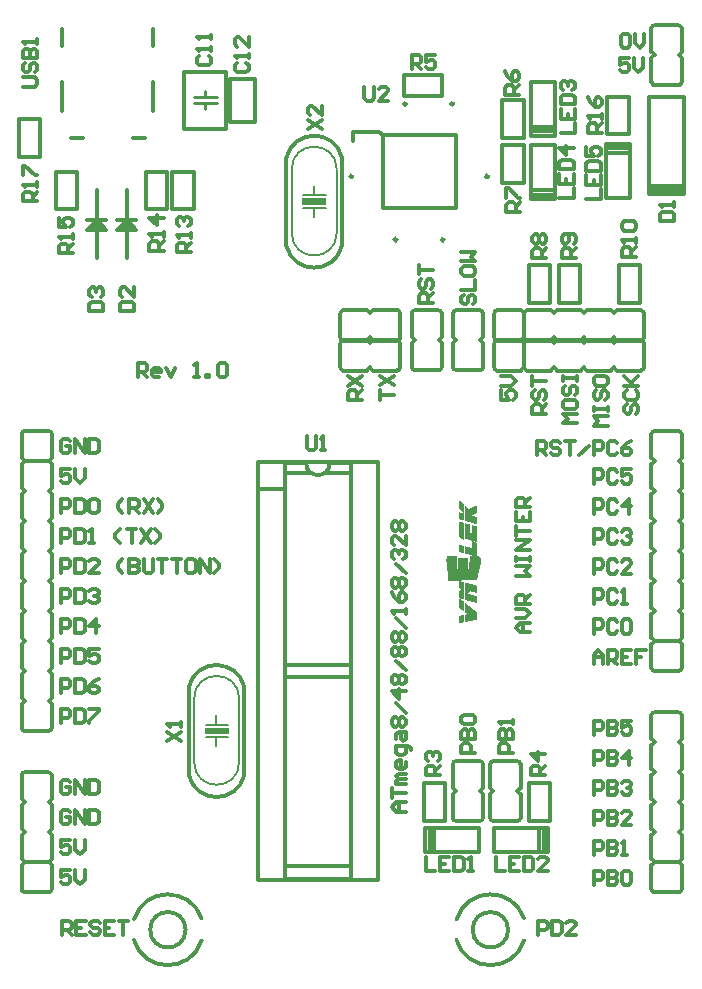
<source format=gto>
%FSTAX43Y43*%
%MOMM*%
G71*
G01*
G75*
G04:AMPARAMS|DCode=10|XSize=2.5mm|YSize=2mm|CornerRadius=0.5mm|HoleSize=0mm|Usage=FLASHONLY|Rotation=90.000|XOffset=0mm|YOffset=0mm|HoleType=Round|Shape=RoundedRectangle|*
%AMROUNDEDRECTD10*
21,1,2.500,1.000,0,0,90.0*
21,1,1.500,2.000,0,0,90.0*
1,1,1.000,0.500,0.750*
1,1,1.000,0.500,-0.750*
1,1,1.000,-0.500,-0.750*
1,1,1.000,-0.500,0.750*
%
%ADD10ROUNDEDRECTD10*%
%ADD11O,0.500X2.250*%
G04:AMPARAMS|DCode=12|XSize=1.3mm|YSize=1mm|CornerRadius=0.25mm|HoleSize=0mm|Usage=FLASHONLY|Rotation=0.000|XOffset=0mm|YOffset=0mm|HoleType=Round|Shape=RoundedRectangle|*
%AMROUNDEDRECTD12*
21,1,1.300,0.500,0,0,0.0*
21,1,0.800,1.000,0,0,0.0*
1,1,0.500,0.400,-0.250*
1,1,0.500,-0.400,-0.250*
1,1,0.500,-0.400,0.250*
1,1,0.500,0.400,0.250*
%
%ADD12ROUNDEDRECTD12*%
G04:AMPARAMS|DCode=13|XSize=1mm|YSize=2.8mm|CornerRadius=0.25mm|HoleSize=0mm|Usage=FLASHONLY|Rotation=270.000|XOffset=0mm|YOffset=0mm|HoleType=Round|Shape=RoundedRectangle|*
%AMROUNDEDRECTD13*
21,1,1.000,2.300,0,0,270.0*
21,1,0.500,2.800,0,0,270.0*
1,1,0.500,-1.150,-0.250*
1,1,0.500,-1.150,0.250*
1,1,0.500,1.150,0.250*
1,1,0.500,1.150,-0.250*
%
%ADD13ROUNDEDRECTD13*%
G04:AMPARAMS|DCode=14|XSize=0.9mm|YSize=2.7mm|CornerRadius=0.225mm|HoleSize=0mm|Usage=FLASHONLY|Rotation=270.000|XOffset=0mm|YOffset=0mm|HoleType=Round|Shape=RoundedRectangle|*
%AMROUNDEDRECTD14*
21,1,0.900,2.250,0,0,270.0*
21,1,0.450,2.700,0,0,270.0*
1,1,0.450,-1.125,-0.225*
1,1,0.450,-1.125,0.225*
1,1,0.450,1.125,0.225*
1,1,0.450,1.125,-0.225*
%
%ADD14ROUNDEDRECTD14*%
G04:AMPARAMS|DCode=15|XSize=1.5mm|YSize=1.25mm|CornerRadius=0.313mm|HoleSize=0mm|Usage=FLASHONLY|Rotation=180.000|XOffset=0mm|YOffset=0mm|HoleType=Round|Shape=RoundedRectangle|*
%AMROUNDEDRECTD15*
21,1,1.500,0.625,0,0,180.0*
21,1,0.875,1.250,0,0,180.0*
1,1,0.625,-0.438,0.313*
1,1,0.625,0.438,0.313*
1,1,0.625,0.438,-0.313*
1,1,0.625,-0.438,-0.313*
%
%ADD15ROUNDEDRECTD15*%
G04:AMPARAMS|DCode=16|XSize=1.9mm|YSize=0.5mm|CornerRadius=0.125mm|HoleSize=0mm|Usage=FLASHONLY|Rotation=0.000|XOffset=0mm|YOffset=0mm|HoleType=Round|Shape=RoundedRectangle|*
%AMROUNDEDRECTD16*
21,1,1.900,0.250,0,0,0.0*
21,1,1.650,0.500,0,0,0.0*
1,1,0.250,0.825,-0.125*
1,1,0.250,-0.825,-0.125*
1,1,0.250,-0.825,0.125*
1,1,0.250,0.825,0.125*
%
%ADD16ROUNDEDRECTD16*%
G04:AMPARAMS|DCode=17|XSize=1.9mm|YSize=0.5mm|CornerRadius=0.125mm|HoleSize=0mm|Usage=FLASHONLY|Rotation=90.000|XOffset=0mm|YOffset=0mm|HoleType=Round|Shape=RoundedRectangle|*
%AMROUNDEDRECTD17*
21,1,1.900,0.250,0,0,90.0*
21,1,1.650,0.500,0,0,90.0*
1,1,0.250,0.125,0.825*
1,1,0.250,0.125,-0.825*
1,1,0.250,-0.125,-0.825*
1,1,0.250,-0.125,0.825*
%
%ADD17ROUNDEDRECTD17*%
G04:AMPARAMS|DCode=18|XSize=1.3mm|YSize=1mm|CornerRadius=0.25mm|HoleSize=0mm|Usage=FLASHONLY|Rotation=90.000|XOffset=0mm|YOffset=0mm|HoleType=Round|Shape=RoundedRectangle|*
%AMROUNDEDRECTD18*
21,1,1.300,0.500,0,0,90.0*
21,1,0.800,1.000,0,0,90.0*
1,1,0.500,0.250,0.400*
1,1,0.500,0.250,-0.400*
1,1,0.500,-0.250,-0.400*
1,1,0.500,-0.250,0.400*
%
%ADD18ROUNDEDRECTD18*%
G04:AMPARAMS|DCode=19|XSize=2.65mm|YSize=1.75mm|CornerRadius=0.438mm|HoleSize=0mm|Usage=FLASHONLY|Rotation=270.000|XOffset=0mm|YOffset=0mm|HoleType=Round|Shape=RoundedRectangle|*
%AMROUNDEDRECTD19*
21,1,2.650,0.875,0,0,270.0*
21,1,1.775,1.750,0,0,270.0*
1,1,0.875,-0.438,-0.887*
1,1,0.875,-0.438,0.887*
1,1,0.875,0.438,0.887*
1,1,0.875,0.438,-0.887*
%
%ADD19ROUNDEDRECTD19*%
G04:AMPARAMS|DCode=20|XSize=1.5mm|YSize=1.3mm|CornerRadius=0.325mm|HoleSize=0mm|Usage=FLASHONLY|Rotation=0.000|XOffset=0mm|YOffset=0mm|HoleType=Round|Shape=RoundedRectangle|*
%AMROUNDEDRECTD20*
21,1,1.500,0.650,0,0,0.0*
21,1,0.850,1.300,0,0,0.0*
1,1,0.650,0.425,-0.325*
1,1,0.650,-0.425,-0.325*
1,1,0.650,-0.425,0.325*
1,1,0.650,0.425,0.325*
%
%ADD20ROUNDEDRECTD20*%
G04:AMPARAMS|DCode=21|XSize=1.5mm|YSize=1.3mm|CornerRadius=0.325mm|HoleSize=0mm|Usage=FLASHONLY|Rotation=270.000|XOffset=0mm|YOffset=0mm|HoleType=Round|Shape=RoundedRectangle|*
%AMROUNDEDRECTD21*
21,1,1.500,0.650,0,0,270.0*
21,1,0.850,1.300,0,0,270.0*
1,1,0.650,-0.325,-0.425*
1,1,0.650,-0.325,0.425*
1,1,0.650,0.325,0.425*
1,1,0.650,0.325,-0.425*
%
%ADD21ROUNDEDRECTD21*%
%ADD22C,1.000*%
%ADD23C,0.500*%
%ADD24C,0.300*%
%ADD25C,1.300*%
%ADD26C,1.600*%
%ADD27C,1.000*%
%ADD28C,1.100*%
%ADD29C,0.700*%
G04:AMPARAMS|DCode=30|XSize=0.9mm|YSize=0.8mm|CornerRadius=0.2mm|HoleSize=0mm|Usage=FLASHONLY|Rotation=270.000|XOffset=0mm|YOffset=0mm|HoleType=Round|Shape=RoundedRectangle|*
%AMROUNDEDRECTD30*
21,1,0.900,0.400,0,0,270.0*
21,1,0.500,0.800,0,0,270.0*
1,1,0.400,-0.200,-0.250*
1,1,0.400,-0.200,0.250*
1,1,0.400,0.200,0.250*
1,1,0.400,0.200,-0.250*
%
%ADD30ROUNDEDRECTD30*%
%ADD31C,0.178*%
%ADD32C,0.005*%
%ADD33C,0.254*%
%ADD34C,0.250*%
G36*
X0086511Y0104006D02*
X0084939D01*
X0085725Y0104791D01*
X0086511Y0104006D01*
D02*
G37*
G36*
X0096901Y0061255D02*
X0094894D01*
Y006184D01*
X0096901D01*
Y0061255D01*
D02*
G37*
G36*
X0105156Y010607D02*
X0103149D01*
Y0106655D01*
X0105156D01*
Y010607D01*
D02*
G37*
G36*
X0089051Y0104006D02*
X0087479D01*
X0088265Y0104791D01*
X0089051Y0104006D01*
D02*
G37*
D24*
X0103457Y0084217D02*
G03*
X0105457Y0084217I0001J0D01*
G01*
X0081925Y0057775D02*
G03*
X0081645Y0058055I-000028J0D01*
G01*
X0079645Y0058055D02*
G03*
X0079365Y0057775I0J-000028D01*
G01*
X0081645Y0047895D02*
G03*
X0081925Y0048135I000002J000026D01*
G01*
X0079365D02*
G03*
X0079645Y0047895I000026J000002D01*
G01*
X0106488Y0110096D02*
G03*
X0101792Y0110096I-0002348J-0000558D01*
G01*
Y0102629D02*
G03*
X0106488Y0102629I0002348J0000558D01*
G01*
X011193Y0114652D02*
G03*
X011193Y0114652I-00001J0D01*
G01*
X011593D02*
G03*
X011593Y0114652I-00001J0D01*
G01*
X011888Y0108503D02*
G03*
X011888Y0108503I-00001J0D01*
G01*
X011513Y0103152D02*
G03*
X011513Y0103152I-00001J0D01*
G01*
X011113D02*
G03*
X011113Y0103152I-00001J0D01*
G01*
X010738Y0108503D02*
G03*
X010738Y0108503I-00001J0D01*
G01*
X0093257Y004472D02*
G03*
X0093257Y004472I-00015J0D01*
G01*
X0088884Y0043858D02*
G03*
X0094616Y004381I0002873J0000862D01*
G01*
X0094604Y0045669D02*
G03*
X0088897Y0045623I-0002846J-0000949D01*
G01*
X0098233Y0065281D02*
G03*
X0093537Y0065281I-0002348J-0000558D01*
G01*
Y0057814D02*
G03*
X0098233Y0057814I0002348J0000558D01*
G01*
X0115878Y0054167D02*
G03*
X0116158Y0053928I000026J000002D01*
G01*
X0118158Y0053928D02*
G03*
X0118438Y0054167I000002J000026D01*
G01*
X0116158Y0059007D02*
G03*
X0115878Y0058728I0J-000028D01*
G01*
X0118438D02*
G03*
X0118158Y0059007I-000028J0D01*
G01*
X011962Y0094625D02*
G03*
X011938Y0094345I000002J-000026D01*
G01*
X011938Y0092345D02*
G03*
X011962Y0092065I000026J-000002D01*
G01*
X013208Y0094345D02*
G03*
X01318Y0094625I-000028J0D01*
G01*
Y0092065D02*
G03*
X013208Y0092345I0J000028D01*
G01*
X0132975Y0063135D02*
G03*
X0132695Y0062895I-000002J-000026D01*
G01*
X0135255D02*
G03*
X0134975Y0063135I-000026J-000002D01*
G01*
Y0047895D02*
G03*
X0135255Y0048135I000002J000026D01*
G01*
X0132695D02*
G03*
X0132975Y0047895I000026J000002D01*
G01*
X0134975Y0066628D02*
G03*
X0135255Y0066868I000002J000026D01*
G01*
X0132695D02*
G03*
X0132975Y0066628I000026J000002D01*
G01*
Y0086948D02*
G03*
X0132695Y0086707I-000002J-000026D01*
G01*
X0135255D02*
G03*
X0134975Y0086948I-000026J-000002D01*
G01*
X0081645Y0061548D02*
G03*
X0081925Y0061787I000002J000026D01*
G01*
X0079365D02*
G03*
X0079645Y0061548I000026J000002D01*
G01*
Y0086948D02*
G03*
X0079365Y0086707I-000002J-000026D01*
G01*
X0081925D02*
G03*
X0081645Y0086948I-000026J-000002D01*
G01*
X0106603Y0094625D02*
G03*
X0106363Y0094345I000002J-000026D01*
G01*
X0106363Y0092345D02*
G03*
X0106603Y0092065I000026J-000002D01*
G01*
X0111442Y0094345D02*
G03*
X0111162Y0094625I-000028J0D01*
G01*
Y0092065D02*
G03*
X0111442Y0092345I0J000028D01*
G01*
X0119052Y0054167D02*
G03*
X0119332Y0053928I000026J000002D01*
G01*
X0121332Y0053928D02*
G03*
X0121613Y0054167I000002J000026D01*
G01*
X0119332Y0059007D02*
G03*
X0119052Y0058728I0J-000028D01*
G01*
X0121613D02*
G03*
X0121332Y0059007I-000028J0D01*
G01*
X0114945Y0096915D02*
G03*
X0114665Y0097155I-000026J-000002D01*
G01*
X0112665Y0097155D02*
G03*
X0112385Y0096915I-000002J-000026D01*
G01*
X0114665Y0092075D02*
G03*
X0114945Y0092355I0J000028D01*
G01*
X0112385D02*
G03*
X0112665Y0092075I000028J0D01*
G01*
X0115878Y0092315D02*
G03*
X0116158Y0092075I000026J000002D01*
G01*
X0118158Y0092075D02*
G03*
X0118438Y0092315I000002J000026D01*
G01*
X0116158Y0097155D02*
G03*
X0115878Y0096875I0J-000028D01*
G01*
X0118438D02*
G03*
X0118158Y0097155I-000028J0D01*
G01*
X011962Y0097165D02*
G03*
X011938Y0096885I000002J-000026D01*
G01*
X011938Y0094885D02*
G03*
X011962Y0094605I000026J-000002D01*
G01*
X013208Y0096885D02*
G03*
X01318Y0097165I-000028J0D01*
G01*
Y0094605D02*
G03*
X013208Y0094885I0J000028D01*
G01*
X0120562Y004472D02*
G03*
X0120562Y004472I-00015J0D01*
G01*
X0116189Y0043858D02*
G03*
X0121921Y004381I0002873J0000862D01*
G01*
X0121909Y0045669D02*
G03*
X0116202Y0045623I-0002846J-0000949D01*
G01*
X0111202Y0094605D02*
G03*
X0111442Y0094885I-000002J000026D01*
G01*
X0111442Y0096885D02*
G03*
X0111202Y0097165I-000026J000002D01*
G01*
X0106363Y0094885D02*
G03*
X0106643Y0094605I000028J0D01*
G01*
Y0097165D02*
G03*
X0106363Y0096885I0J-000028D01*
G01*
X0135255Y0121045D02*
G03*
X0134975Y0121285I-000026J-000002D01*
G01*
X0132975Y0121285D02*
G03*
X0132695Y0121045I-000002J-000026D01*
G01*
X0134975Y0116205D02*
G03*
X0135255Y0116485I0J000028D01*
G01*
X0132695D02*
G03*
X0132975Y0116205I000028J0D01*
G01*
X0107247Y0049037D02*
Y0084217D01*
X0101647Y0049037D02*
X0107247D01*
X0101647D02*
Y0084217D01*
X0103457D01*
X0105457D02*
X0107247D01*
X0099378Y0048912D02*
Y0084342D01*
Y0048912D02*
X0109537D01*
Y0084342D01*
X0099378D02*
X0109537D01*
X0099378Y0082037D02*
X0101647D01*
Y0066128D02*
X0107247D01*
X0101647Y0067128D02*
X0107247D01*
X0101647Y0050127D02*
X0107247D01*
X0101647Y0083427D02*
X0103857D01*
X0105058D02*
X0107247D01*
X0079629Y0050435D02*
X0081671D01*
X0079375Y0055769D02*
X0079629Y0055515D01*
X0081671D02*
X0081925Y0055769D01*
X0079365D02*
Y0057801D01*
X0081925Y0055769D02*
Y0057801D01*
X0079645Y0058055D02*
X0081645D01*
X0079645Y0047895D02*
X0081645D01*
X0079375Y0050181D02*
X0079629Y0050435D01*
X0079375Y0050689D02*
X0079629Y0050435D01*
X0081915Y0050181D02*
X0081925D01*
X0081661Y0050435D02*
X0081915Y0050181D01*
X0081661Y0050435D02*
X0081671D01*
X0081925Y0050689D01*
X0079365Y0048135D02*
Y0050181D01*
X0079375Y0052721D02*
X0079629Y0052975D01*
X0079375Y0053229D02*
X0079629Y0052975D01*
X0079365Y0050689D02*
Y0052721D01*
X0079375D01*
X0081925Y0048135D02*
Y0050171D01*
X0081915Y0050181D02*
X0081925Y0050171D01*
Y0050689D02*
Y0052721D01*
X0081915D02*
X0081925D01*
X0081661Y0052975D02*
X0081915Y0052721D01*
X0081661Y0052975D02*
X0081915Y0053229D01*
X0079365Y0053215D02*
Y0055261D01*
X0079375D02*
X0079629Y0055515D01*
X0079365Y0057801D02*
X0079375D01*
X0081915Y0055261D02*
X0081925Y0055251D01*
Y0053215D02*
Y0055251D01*
X0081661Y0055515D02*
X0081671D01*
X0081661D02*
X0081915Y0055261D01*
X0081925D01*
X0081915Y0057801D02*
X0081925D01*
X0090527Y0119507D02*
Y012095D01*
X0082827Y0119507D02*
Y012095D01*
X0088811Y011175D02*
X0089853D01*
X0090527Y0114046D02*
Y0116459D01*
X0083553Y011175D02*
X0084544D01*
X0082827Y0114071D02*
Y0116459D01*
X008091Y011016D02*
Y011336D01*
X007911D02*
X008091D01*
X007911Y011016D02*
Y011336D01*
Y011016D02*
X008091D01*
X0084939Y010483D02*
X0086511D01*
X0084939Y0104006D02*
X0086511D01*
X0085725Y0101577D02*
Y0107348D01*
Y0104791D02*
X0086511Y0104006D01*
X0084939D02*
X0085725Y0104791D01*
X0087479Y010483D02*
X0089051D01*
X0087479Y0104006D02*
X0089051D01*
X0088265Y0101577D02*
Y0107348D01*
Y0104791D02*
X0089051Y0104006D01*
X0087479D02*
X0088265Y0104791D01*
X0089905Y0105715D02*
Y0108915D01*
Y0105715D02*
X0091705D01*
Y0108915D01*
X0089905D02*
X0091705D01*
X0092128Y0105715D02*
Y0108915D01*
Y0105715D02*
X0093927D01*
Y0108915D01*
X0092128D02*
X0093927D01*
X0082285Y0105715D02*
Y0108915D01*
Y0105715D02*
X0084085D01*
Y0108915D01*
X0082285D02*
X0084085D01*
X0096683Y0112555D02*
Y0117315D01*
X0093155Y0112555D02*
X0096683D01*
X0093155D02*
Y0117315D01*
X0096683D01*
X0097058Y0113135D02*
Y0116735D01*
X0099158D01*
Y0113135D02*
Y0116735D01*
X0097058Y0113135D02*
X0099158D01*
X010649Y0102629D02*
Y0110096D01*
X010179Y0102629D02*
Y0110096D01*
X010743Y0111503D02*
Y0112302D01*
X010963D01*
X010993Y0112003D01*
Y0105802D02*
X011613D01*
Y0112003D01*
X010993D02*
X011613D01*
X010993Y0105802D02*
Y0112003D01*
X0120067Y0107938D02*
Y0111137D01*
Y0107938D02*
X0121868D01*
Y0111137D01*
X0120067D02*
X0121868D01*
Y0111747D02*
Y0114948D01*
X0120067D02*
X0121868D01*
X0120067Y0111747D02*
Y0114948D01*
Y0111747D02*
X0121868D01*
X0111747Y0117105D02*
X0114948D01*
X0111747Y0115305D02*
Y0117105D01*
Y0115305D02*
X0114948D01*
Y0117105D01*
X0132775Y0107438D02*
X0135176D01*
X0132501Y0107043D02*
Y0115192D01*
Y0107243D02*
X0135451D01*
X0132501Y0107543D02*
X0135451D01*
X0132501Y0115192D02*
X0135451D01*
X0132501Y0107043D02*
X0135451D01*
Y0115192D01*
X0132501Y0107692D02*
X0135451D01*
X0128958Y0112065D02*
Y0115265D01*
Y0112065D02*
X0130758D01*
Y0115265D01*
X0128958D02*
X0130758D01*
X0122492Y0107315D02*
X0124523D01*
Y0106553D02*
Y0111125D01*
X0122492Y0106553D02*
X0124523D01*
X0122492Y0106934D02*
X0124523D01*
X0122492Y0106553D02*
Y0111125D01*
X0124523D01*
X0122492Y0112713D02*
X0124523D01*
Y0111951D02*
Y0116522D01*
X0122492Y0111951D02*
X0124523D01*
X0122492Y0112331D02*
X0124523D01*
X0122492Y0111951D02*
Y0116522D01*
X0124523D01*
X0128842Y011049D02*
X0130874D01*
X0128842Y010668D02*
Y0111252D01*
X0130874D01*
X0128842Y0110871D02*
X0130874D01*
Y010668D02*
Y0111252D01*
X0128842Y010668D02*
X0130874D01*
X012409Y0097777D02*
Y0100978D01*
X012229D02*
X012409D01*
X012229Y0097777D02*
Y0100978D01*
Y0097777D02*
X012409D01*
X012663D02*
Y0100978D01*
X012483D02*
X012663D01*
X012483Y0097777D02*
Y0100978D01*
Y0097777D02*
X012663D01*
X013171D02*
Y0100978D01*
X012991D02*
X013171D01*
X012991Y0097777D02*
Y0100978D01*
Y0097777D02*
X013171D01*
X012229Y0053915D02*
Y0057115D01*
Y0053915D02*
X012409D01*
Y0057115D01*
X012229D02*
X012409D01*
X01134Y0053915D02*
Y0057115D01*
Y0053915D02*
X01152D01*
Y0057115D01*
X01134D02*
X01152D01*
X01143Y0051324D02*
Y0053356D01*
X0113538Y0051324D02*
X011811D01*
X0113538D02*
Y0053356D01*
X0113919Y0051324D02*
Y0053356D01*
X0113538D02*
X011811D01*
Y0051324D02*
Y0053356D01*
X012319Y0051324D02*
Y0053356D01*
X011938D02*
X0123952D01*
Y0051324D02*
Y0053356D01*
X0123571Y0051324D02*
Y0053356D01*
X011938Y0051324D02*
X0123952D01*
X011938D02*
Y0053356D01*
X0098235Y0057814D02*
Y0065281D01*
X0093535Y0057814D02*
Y0065281D01*
X0118427Y0058754D02*
X0118438D01*
X0115878D02*
X0115887D01*
X0118438Y0054167D02*
Y0056203D01*
X0115878Y0054167D02*
Y0056214D01*
X0116158Y0053928D02*
X0118158D01*
X0116158Y0059007D02*
X0118158D01*
X0118438Y0056722D02*
Y0058754D01*
X0115878Y0056722D02*
Y0058754D01*
X0118174Y0056467D02*
X0118427Y0056214D01*
X0118174Y0056467D02*
X0118184D01*
X0118438Y0056722D01*
X0115887D02*
X0116142Y0056467D01*
X0115887Y0056214D02*
X0116142Y0056467D01*
X012192Y0092329D02*
Y0094361D01*
X0131826Y0092065D02*
Y0092075D01*
X0126746Y0092065D02*
Y0092075D01*
X0127Y0092329D01*
Y0092319D02*
Y0092329D01*
Y0092319D02*
X0127254Y0092065D01*
X01247D02*
X0126736D01*
X0126746Y0092075D01*
X0127254Y0092065D02*
X0129286D01*
X0131826Y0094615D02*
Y0094625D01*
X0126746Y0094615D02*
X0127Y0094361D01*
X0127254Y0094615D01*
X01247Y0094625D02*
X0126746D01*
X0127254D02*
X0129286D01*
X012446Y0092329D02*
X0124714Y0092075D01*
X0124206D02*
X012446Y0092329D01*
X0124206Y0092065D02*
Y0092075D01*
X0122174Y0092065D02*
X0124206D01*
X0121656D02*
X0121666Y0092075D01*
X011962Y0092065D02*
X0121656D01*
X0124206Y0094615D02*
Y0094625D01*
X0122174D02*
X0124206D01*
X012446Y0094361D02*
X0124714Y0094615D01*
X0124206D02*
X012446Y0094361D01*
X011962Y0094625D02*
X0121666D01*
X012192Y0092319D02*
X0122174Y0092065D01*
X012192Y0092319D02*
Y0092329D01*
X0121666Y0092075D02*
X012192Y0092329D01*
X0121666Y0092065D02*
Y0092075D01*
X012192Y0094361D02*
X0122174Y0094615D01*
X0121666D02*
X012192Y0094361D01*
X011938Y0092345D02*
Y0094345D01*
X013208Y0092345D02*
Y0094345D01*
X0129794Y0092065D02*
X0131826D01*
X0129794Y0094625D02*
X0131826D01*
X0129286Y0092075D02*
X012954Y0092329D01*
Y0092319D02*
Y0092329D01*
Y0092319D02*
X0129794Y0092065D01*
X012954Y0094361D02*
X0129794Y0094615D01*
X0129286D02*
X012954Y0094361D01*
X0132975Y0063135D02*
X0134975D01*
X0132975Y0047895D02*
X0134975D01*
X0132706Y0050181D02*
X013296Y0050435D01*
X0132706Y0050689D02*
X013296Y0050435D01*
X0135245Y0050181D02*
X0135255D01*
X0134992Y0050435D02*
X0135245Y0050181D01*
X0134992Y0050435D02*
X0135001D01*
X0135255Y0050689D01*
X0132695Y0048135D02*
Y0050181D01*
X0132706Y0052721D02*
X013296Y0052975D01*
X0132706Y0053229D02*
X013296Y0052975D01*
X0132695Y0050689D02*
Y0052721D01*
X0132706D01*
X0135255Y0048135D02*
Y0050171D01*
X0135245Y0050181D02*
X0135255Y0050171D01*
Y0050689D02*
Y0052721D01*
X0135245D02*
X0135255D01*
X0134992Y0052975D02*
X0135245Y0052721D01*
X0134992Y0052975D02*
X0135245Y0053229D01*
X0132695Y0057801D02*
X0132706D01*
X0132695Y0055769D02*
Y0057801D01*
X0132706Y0058309D02*
X013296Y0058055D01*
X0132706Y0057801D02*
X013296Y0058055D01*
X0132695Y0053215D02*
Y0055261D01*
X0132706Y0055769D02*
X013296Y0055515D01*
X0132706Y0055261D02*
X013296Y0055515D01*
X0132695Y0060849D02*
Y0062881D01*
Y0058295D02*
Y0060341D01*
X0132706Y0060849D02*
X013296Y0060595D01*
X0132706Y0060341D02*
X013296Y0060595D01*
X0134992Y0058055D02*
X0135245Y0058309D01*
X0134992Y0058055D02*
X0135245Y0057801D01*
X0135255D01*
Y0055769D02*
Y0057801D01*
X0135245Y0055261D02*
X0135255Y0055251D01*
Y0053215D02*
Y0055251D01*
X0135001Y0055515D02*
X0135255Y0055769D01*
X0134992Y0055515D02*
X0135001D01*
X0134992D02*
X0135245Y0055261D01*
X0135255D01*
Y0060849D02*
Y0062881D01*
X0135245Y0060341D02*
X0135255Y0060331D01*
Y0058295D02*
Y0060331D01*
X0135001Y0060595D02*
X0135255Y0060849D01*
X0134992Y0060595D02*
X0135001D01*
X0134992D02*
X0135245Y0060341D01*
X0135255D01*
X013296Y0050435D02*
X0135001D01*
X013296Y0069168D02*
X0135001D01*
X0132975Y0066628D02*
X0134975D01*
X0132706Y0068913D02*
X013296Y0069168D01*
X0132706Y0069422D02*
X013296Y0069168D01*
X0135245Y0068913D02*
X0135255D01*
X0134992Y0069168D02*
X0135245Y0068913D01*
X0134992Y0069168D02*
X0135001D01*
X0135255Y0069422D01*
X0132695Y0066868D02*
Y0068913D01*
X0132706Y0071453D02*
X013296Y0071707D01*
X0132706Y0071962D02*
X013296Y0071707D01*
X0132695Y0069422D02*
Y0071453D01*
X0132706D01*
X0135255Y0066868D02*
Y0068904D01*
X0135245Y0068913D02*
X0135255Y0068904D01*
Y0069422D02*
Y0071453D01*
X0135245D02*
X0135255D01*
X0134992Y0071707D02*
X0135245Y0071453D01*
X0134992Y0071707D02*
X0135245Y0071962D01*
X0132695Y0076534D02*
X0132706D01*
X0132695Y0074502D02*
Y0076534D01*
X0132706Y0077041D02*
X013296Y0076787D01*
X0132706Y0076534D02*
X013296Y0076787D01*
X0132695Y0071948D02*
Y0073993D01*
X0132706Y0074502D02*
X013296Y0074247D01*
X0132706Y0073993D02*
X013296Y0074247D01*
X0132695Y0081614D02*
X0132706D01*
X0132695Y0079581D02*
Y0081614D01*
X0132706Y0082121D02*
X013296Y0081868D01*
X0132706Y0081614D02*
X013296Y0081868D01*
X0132695Y0077027D02*
Y0079074D01*
X0132706Y0079581D02*
X013296Y0079327D01*
X0132706Y0079074D02*
X013296Y0079327D01*
X0132695Y0084661D02*
Y0086693D01*
Y0082107D02*
Y0084154D01*
X0132706Y0084661D02*
X013296Y0084408D01*
X0132706Y0084154D02*
X013296Y0084408D01*
X0134992Y0076787D02*
X0135245Y0077041D01*
X0134992Y0076787D02*
X0135245Y0076534D01*
X0135255D01*
Y0074502D02*
Y0076534D01*
X0135245Y0073993D02*
X0135255Y0073983D01*
Y0071948D02*
Y0073983D01*
X0135001Y0074247D02*
X0135255Y0074502D01*
X0134992Y0074247D02*
X0135001D01*
X0134992D02*
X0135245Y0073993D01*
X0135255D01*
X0134992Y0081868D02*
X0135245Y0082121D01*
X0134992Y0081868D02*
X0135245Y0081614D01*
X0135255D01*
Y0079581D02*
Y0081614D01*
X0135245Y0079074D02*
X0135255Y0079063D01*
Y0077027D02*
Y0079063D01*
X0135001Y0079327D02*
X0135255Y0079581D01*
X0134992Y0079327D02*
X0135001D01*
X0134992D02*
X0135245Y0079074D01*
X0135255D01*
Y0084661D02*
Y0086693D01*
X0135245Y0084154D02*
X0135255Y0084144D01*
Y0082107D02*
Y0084144D01*
X0135001Y0084408D02*
X0135255Y0084661D01*
X0134992Y0084408D02*
X0135001D01*
X0134992D02*
X0135245Y0084154D01*
X0135255D01*
X0132975Y0086948D02*
X0134975D01*
X0079619Y0084408D02*
X0081661D01*
X0079645Y0061548D02*
X0081645D01*
X0079645Y0086948D02*
X0081645D01*
X0081661Y0084408D02*
X0081915Y0084661D01*
X0081661Y0084408D02*
X0081915Y0084154D01*
X0079365Y0084661D02*
X0079375D01*
X0079629Y0084408D01*
X0079619D02*
X0079629D01*
X0079365Y0084154D02*
X0079619Y0084408D01*
X0081925Y0084661D02*
Y0086707D01*
X0081661Y0081868D02*
X0081915Y0082121D01*
X0081661Y0081868D02*
X0081915Y0081614D01*
X0081925Y0082121D02*
Y0084154D01*
X0081915Y0082121D02*
X0081925D01*
X0079365Y0084672D02*
Y0086707D01*
Y0084672D02*
X0079375Y0084661D01*
X0079365Y0082121D02*
Y0084154D01*
Y0082121D02*
X0079375D01*
X0079629Y0081868D01*
X0079375Y0081614D02*
X0079629Y0081868D01*
X0081915Y0077041D02*
X0081925D01*
Y0079074D01*
X0081661Y0076787D02*
X0081915Y0076534D01*
X0081661Y0076787D02*
X0081915Y0077041D01*
X0081925Y0079581D02*
Y0081628D01*
X0081661Y0079327D02*
X0081915Y0079074D01*
X0081661Y0079327D02*
X0081915Y0079581D01*
Y0071962D02*
X0081925D01*
Y0073993D01*
X0081661Y0071707D02*
X0081915Y0071453D01*
X0081661Y0071707D02*
X0081915Y0071962D01*
X0081925Y0074502D02*
Y0076548D01*
X0081661Y0074247D02*
X0081915Y0073993D01*
X0081661Y0074247D02*
X0081915Y0074502D01*
Y0066882D02*
X0081925D01*
Y0068913D01*
X0081661Y0066628D02*
X0081915Y0066373D01*
X0081661Y0066628D02*
X0081915Y0066882D01*
X0081925Y0069422D02*
Y0071467D01*
X0081661Y0069168D02*
X0081915Y0068913D01*
X0081661Y0069168D02*
X0081915Y0069422D01*
X0081925Y0061801D02*
Y0063833D01*
Y0064341D02*
Y0066387D01*
X0081661Y0064088D02*
X0081915Y0063833D01*
X0081661Y0064088D02*
X0081915Y0064341D01*
X0079375Y0076534D02*
X0079629Y0076787D01*
X0079375Y0077041D02*
X0079629Y0076787D01*
X0079365Y0077041D02*
X0079375D01*
X0079365D02*
Y0079074D01*
Y0079591D02*
X0079375Y0079581D01*
X0079365Y0079591D02*
Y0081628D01*
Y0079074D02*
X0079619Y0079327D01*
X0079629D01*
X0079375Y0079581D02*
X0079629Y0079327D01*
X0079365Y0079581D02*
X0079375D01*
Y0071453D02*
X0079629Y0071707D01*
X0079375Y0071962D02*
X0079629Y0071707D01*
X0079365Y0071962D02*
X0079375D01*
X0079365D02*
Y0073993D01*
Y0074511D02*
X0079375Y0074502D01*
X0079365Y0074511D02*
Y0076548D01*
Y0073993D02*
X0079619Y0074247D01*
X0079629D01*
X0079375Y0074502D02*
X0079629Y0074247D01*
X0079365Y0074502D02*
X0079375D01*
Y0066373D02*
X0079629Y0066628D01*
X0079375Y0066882D02*
X0079629Y0066628D01*
X0079365Y0066882D02*
X0079375D01*
X0079365D02*
Y0068913D01*
Y0069432D02*
X0079375Y0069422D01*
X0079365Y0069432D02*
Y0071467D01*
Y0068913D02*
X0079619Y0069168D01*
X0079629D01*
X0079375Y0069422D02*
X0079629Y0069168D01*
X0079365Y0069422D02*
X0079375D01*
X0079365Y0061801D02*
Y0063833D01*
Y0064352D02*
X0079375Y0064341D01*
X0079365Y0064352D02*
Y0066387D01*
Y0063833D02*
X0079619Y0064088D01*
X0079629D01*
X0079375Y0064341D02*
X0079629Y0064088D01*
X0079365Y0064341D02*
X0079375D01*
X0111188Y0092065D02*
Y0092075D01*
Y0094615D02*
Y0094625D01*
X0106603Y0092065D02*
X0108638D01*
X0106603Y0094625D02*
X0108648D01*
X0106363Y0092345D02*
Y0094345D01*
X0111442Y0092345D02*
Y0094345D01*
X0109157Y0092065D02*
X0111188D01*
X0109157Y0094625D02*
X0111188D01*
X0108648Y0092075D02*
X0108902Y0092329D01*
Y0092319D02*
Y0092329D01*
Y0092319D02*
X0109157Y0092065D01*
X0108902Y0094361D02*
X0109157Y0094615D01*
X0108648D02*
X0108902Y0094361D01*
X0121603Y0058754D02*
X0121613D01*
X0119052D02*
X0119062D01*
X0121613Y0054167D02*
Y0056203D01*
X0119052Y0054167D02*
Y0056214D01*
X0119332Y0053928D02*
X0121332D01*
X0119332Y0059007D02*
X0121332D01*
X0121613Y0056722D02*
Y0058754D01*
X0119052Y0056722D02*
Y0058754D01*
X0121349Y0056467D02*
X0121603Y0056214D01*
X0121349Y0056467D02*
X0121358D01*
X0121613Y0056722D01*
X0119062D02*
X0119316Y0056467D01*
X0119062Y0056214D02*
X0119316Y0056467D01*
X0112385Y0092329D02*
X0112395D01*
X0114935D02*
X0114945D01*
X0112385Y0094879D02*
Y0096915D01*
X0114945Y0094869D02*
Y0096915D01*
X0112665Y0097155D02*
X0114665D01*
X0112665Y0092075D02*
X0114665D01*
X0112385Y0092329D02*
Y0094361D01*
X0114945Y0092329D02*
Y0094361D01*
X0112395Y0094869D02*
X0112649Y0094615D01*
X0112639D02*
X0112649D01*
X0112385Y0094361D02*
X0112639Y0094615D01*
X0114681D02*
X0114935Y0094361D01*
X0114681Y0094615D02*
X0114935Y0094869D01*
X0118427Y0096901D02*
X0118438D01*
X0115878D02*
X0115887D01*
X0118438Y0092315D02*
Y0094351D01*
X0115878Y0092315D02*
Y0094361D01*
X0116158Y0092075D02*
X0118158D01*
X0116158Y0097155D02*
X0118158D01*
X0118438Y0094869D02*
Y0096901D01*
X0115878Y0094869D02*
Y0096901D01*
X0118174Y0094615D02*
X0118427Y0094361D01*
X0118174Y0094615D02*
X0118184D01*
X0118438Y0094869D01*
X0115887D02*
X0116142Y0094615D01*
X0115887Y0094361D02*
X0116142Y0094615D01*
X012192Y0094869D02*
Y0096901D01*
X0131826Y0094605D02*
Y0094615D01*
X0126746Y0094605D02*
Y0094615D01*
X0127Y0094869D01*
Y0094859D02*
Y0094869D01*
Y0094859D02*
X0127254Y0094605D01*
X01247D02*
X0126736D01*
X0126746Y0094615D01*
X0127254Y0094605D02*
X0129286D01*
X0131826Y0097155D02*
Y0097165D01*
X0126746Y0097155D02*
X0127Y0096901D01*
X0127254Y0097155D01*
X01247Y0097165D02*
X0126746D01*
X0127254D02*
X0129286D01*
X012446Y0094869D02*
X0124714Y0094615D01*
X0124206D02*
X012446Y0094869D01*
X0124206Y0094605D02*
Y0094615D01*
X0122174Y0094605D02*
X0124206D01*
X0121656D02*
X0121666Y0094615D01*
X011962Y0094605D02*
X0121656D01*
X0124206Y0097155D02*
Y0097165D01*
X0122174D02*
X0124206D01*
X012446Y0096901D02*
X0124714Y0097155D01*
X0124206D02*
X012446Y0096901D01*
X011962Y0097165D02*
X0121666D01*
X012192Y0094859D02*
X0122174Y0094605D01*
X012192Y0094859D02*
Y0094869D01*
X0121666Y0094615D02*
X012192Y0094869D01*
X0121666Y0094605D02*
Y0094615D01*
X012192Y0096901D02*
X0122174Y0097155D01*
X0121666D02*
X012192Y0096901D01*
X011938Y0094885D02*
Y0096885D01*
X013208Y0094885D02*
Y0096885D01*
X0129794Y0094605D02*
X0131826D01*
X0129794Y0097165D02*
X0131826D01*
X0129286Y0094615D02*
X012954Y0094869D01*
Y0094859D02*
Y0094869D01*
Y0094859D02*
X0129794Y0094605D01*
X012954Y0096901D02*
X0129794Y0097155D01*
X0129286D02*
X012954Y0096901D01*
X0106617Y0097155D02*
Y0097165D01*
Y0094605D02*
Y0094615D01*
X0109166Y0097165D02*
X0111202D01*
X0109157Y0094605D02*
X0111202D01*
X0111442Y0094885D02*
Y0096885D01*
X0106363Y0094885D02*
Y0096885D01*
X0106617Y0097165D02*
X0108648D01*
X0106617Y0094605D02*
X0108648D01*
X0108902Y0096901D02*
X0109157Y0097155D01*
X0108902Y0096901D02*
Y0096911D01*
X0108648Y0097165D02*
X0108902Y0096911D01*
X0108648Y0094615D02*
X0108902Y0094869D01*
X0109157Y0094615D01*
X0132695Y0116459D02*
X0132706D01*
X0135245D02*
X0135255D01*
X0132695Y0119009D02*
Y0121045D01*
X0135255Y0118999D02*
Y0121045D01*
X0132975Y0121285D02*
X0134975D01*
X0132975Y0116205D02*
X0134975D01*
X0132695Y0116459D02*
Y0118491D01*
X0135255Y0116459D02*
Y0118491D01*
X0132706Y0118999D02*
X013296Y0118745D01*
X0132949D02*
X013296D01*
X0132695Y0118491D02*
X0132949Y0118745D01*
X0134992D02*
X0135245Y0118491D01*
X0134992Y0118745D02*
X0135245Y0118999D01*
X01084Y01161D02*
Y01151D01*
X01086Y01149D01*
X0109D01*
X01092Y01151D01*
Y01161D01*
X0110399Y01149D02*
X01096D01*
X0110399Y01157D01*
Y01159D01*
X0110199Y01161D01*
X01098D01*
X01096Y01159D01*
X01036Y01125D02*
X01048Y01133D01*
X01036D02*
X01048Y01125D01*
Y0114499D02*
Y01137D01*
X0104Y0114499D01*
X01038D01*
X01036Y0114299D01*
Y01139D01*
X01038Y01137D01*
X00917Y00607D02*
X00929Y00615D01*
X00917D02*
X00929Y00607D01*
Y00619D02*
Y0062299D01*
Y00621D01*
X00917D01*
X00919Y00619D01*
X00795Y01161D02*
X00805D01*
X00807Y01163D01*
Y01167D01*
X00805Y01169D01*
X00795D01*
X00797Y0118099D02*
X00795Y0117899D01*
Y01175D01*
X00797Y01173D01*
X00799D01*
X00801Y01175D01*
Y0117899D01*
X00803Y0118099D01*
X00805D01*
X00807Y0117899D01*
Y01175D01*
X00805Y01173D01*
X00795Y0118499D02*
X00807D01*
Y0119099D01*
X00805Y0119299D01*
X00803D01*
X00801Y0119099D01*
Y0118499D01*
Y0119099D01*
X00799Y0119299D01*
X00797D01*
X00795Y0119099D01*
Y0118499D01*
X00807Y0119699D02*
Y0120099D01*
Y0119899D01*
X00795D01*
X00797Y0119699D01*
X01035Y00865D02*
Y00855D01*
X01037Y00853D01*
X01041D01*
X01043Y00855D01*
Y00865D01*
X01047Y00853D02*
X0105099D01*
X01049D01*
Y00865D01*
X01047Y00863D01*
X00807Y01064D02*
X00795D01*
Y0107D01*
X00797Y01072D01*
X00801D01*
X00803Y0107D01*
Y01064D01*
Y01068D02*
X00807Y01072D01*
Y01076D02*
Y0107999D01*
Y01078D01*
X00795D01*
X00797Y01076D01*
X00795Y0108599D02*
Y0109399D01*
X00797D01*
X00805Y0108599D01*
X00807D01*
X01285Y01122D02*
X01273D01*
Y01128D01*
X01275Y0113D01*
X01279D01*
X01281Y01128D01*
Y01122D01*
Y01126D02*
X01285Y0113D01*
Y01134D02*
Y0113799D01*
Y01136D01*
X01273D01*
X01275Y01134D01*
X01273Y0115199D02*
X01275Y0114799D01*
X01279Y0114399D01*
X01283D01*
X01285Y0114599D01*
Y0114999D01*
X01283Y0115199D01*
X01281D01*
X01279Y0114999D01*
Y0114399D01*
X00837Y0102D02*
X00825D01*
Y01026D01*
X00827Y01028D01*
X00831D01*
X00833Y01026D01*
Y0102D01*
Y01024D02*
X00837Y01028D01*
Y01032D02*
Y0103599D01*
Y01034D01*
X00825D01*
X00827Y01032D01*
X00825Y0104999D02*
Y0104199D01*
X00831D01*
X00829Y0104599D01*
Y0104799D01*
X00831Y0104999D01*
X00835D01*
X00837Y0104799D01*
Y0104399D01*
X00835Y0104199D01*
X00914Y01022D02*
X00902D01*
Y01028D01*
X00904Y0103D01*
X00908D01*
X0091Y01028D01*
Y01022D01*
Y01026D02*
X00914Y0103D01*
Y01034D02*
Y0103799D01*
Y01036D01*
X00902D01*
X00904Y01034D01*
X00914Y0104999D02*
X00902D01*
X00908Y0104399D01*
Y0105199D01*
X00937Y01021D02*
X00925D01*
Y01027D01*
X00927Y01029D01*
X00931D01*
X00933Y01027D01*
Y01021D01*
Y01025D02*
X00937Y01029D01*
Y01033D02*
Y0103699D01*
Y01035D01*
X00925D01*
X00927Y01033D01*
Y0104299D02*
X00925Y0104499D01*
Y0104899D01*
X00927Y0105099D01*
X00929D01*
X00931Y0104899D01*
Y0104699D01*
Y0104899D01*
X00933Y0105099D01*
X00935D01*
X00937Y0104899D01*
Y0104499D01*
X00935Y0104299D01*
X01314Y01017D02*
X01302D01*
Y01023D01*
X01304Y01025D01*
X01308D01*
X0131Y01023D01*
Y01017D01*
Y01021D02*
X01314Y01025D01*
Y01029D02*
Y0103299D01*
Y01031D01*
X01302D01*
X01304Y01029D01*
Y0103899D02*
X01302Y0104099D01*
Y0104499D01*
X01304Y0104699D01*
X01312D01*
X01314Y0104499D01*
Y0104099D01*
X01312Y0103899D01*
X01304D01*
X01263Y01016D02*
X01251D01*
Y01022D01*
X01253Y01024D01*
X01257D01*
X01259Y01022D01*
Y01016D01*
Y0102D02*
X01263Y01024D01*
X01261Y01028D02*
X01263Y0103D01*
Y0103399D01*
X01261Y0103599D01*
X01253D01*
X01251Y0103399D01*
Y0103D01*
X01253Y01028D01*
X01255D01*
X01257Y0103D01*
Y0103599D01*
X01238Y01016D02*
X01226D01*
Y01022D01*
X01228Y01024D01*
X01232D01*
X01234Y01022D01*
Y01016D01*
Y0102D02*
X01238Y01024D01*
X01228Y01028D02*
X01226Y0103D01*
Y0103399D01*
X01228Y0103599D01*
X0123D01*
X01232Y0103399D01*
X01234Y0103599D01*
X01236D01*
X01238Y0103399D01*
Y0103D01*
X01236Y01028D01*
X01234D01*
X01232Y0103D01*
X0123Y01028D01*
X01228D01*
X01232Y0103D02*
Y0103399D01*
X01216Y01055D02*
X01204D01*
Y01061D01*
X01206Y01063D01*
X0121D01*
X01212Y01061D01*
Y01055D01*
Y01059D02*
X01216Y01063D01*
X01204Y01067D02*
Y0107499D01*
X01206D01*
X01214Y01067D01*
X01216D01*
X01215Y01154D02*
X01203D01*
Y0116D01*
X01205Y01162D01*
X01209D01*
X01211Y0116D01*
Y01154D01*
Y01158D02*
X01215Y01162D01*
X01203Y0117399D02*
X01205Y0116999D01*
X01209Y01166D01*
X01213D01*
X01215Y01168D01*
Y0117199D01*
X01213Y0117399D01*
X01211D01*
X01209Y0117199D01*
Y01166D01*
X01124Y01176D02*
Y01188D01*
X0113D01*
X01132Y01186D01*
Y01182D01*
X0113Y0118D01*
X01124D01*
X01128D02*
X01132Y01176D01*
X0114399Y01188D02*
X01136D01*
Y01182D01*
X0113999Y01184D01*
X0114199D01*
X0114399Y01182D01*
Y01178D01*
X0114199Y01176D01*
X01138D01*
X01136Y01178D01*
X01237Y00578D02*
X01225D01*
Y00584D01*
X01227Y00586D01*
X01231D01*
X01233Y00584D01*
Y00578D01*
Y00582D02*
X01237Y00586D01*
Y0059599D02*
X01225D01*
X01231Y0059D01*
Y0059799D01*
X01148Y00578D02*
X01136D01*
Y00584D01*
X01138Y00586D01*
X01142D01*
X01144Y00584D01*
Y00578D01*
Y00582D02*
X01148Y00586D01*
X01138Y0059D02*
X01136Y00592D01*
Y0059599D01*
X01138Y0059799D01*
X0114D01*
X01142Y0059599D01*
Y0059399D01*
Y0059599D01*
X01144Y0059799D01*
X01146D01*
X01148Y0059599D01*
Y00592D01*
X01146Y0059D01*
X01272Y01066D02*
X01284D01*
Y01074D01*
X01272Y0108599D02*
Y01078D01*
X01284D01*
Y0108599D01*
X01278Y01078D02*
Y0108199D01*
X01272Y0108999D02*
X01284D01*
Y0109599D01*
X01282Y0109799D01*
X01274D01*
X01272Y0109599D01*
Y0108999D01*
Y0110999D02*
Y0110199D01*
X01278D01*
X01276Y0110599D01*
Y0110799D01*
X01278Y0110999D01*
X01282D01*
X01284Y0110799D01*
Y0110399D01*
X01282Y0110199D01*
X01249Y01067D02*
X01261D01*
Y01075D01*
X01249Y0108699D02*
Y01079D01*
X01261D01*
Y0108699D01*
X01255Y01079D02*
Y0108299D01*
X01249Y0109099D02*
X01261D01*
Y0109699D01*
X01259Y0109899D01*
X01251D01*
X01249Y0109699D01*
Y0109099D01*
X01261Y0110899D02*
X01249D01*
X01255Y0110299D01*
Y0111099D01*
X0125Y01122D02*
X01262D01*
Y0113D01*
X0125Y0114199D02*
Y01134D01*
X01262D01*
Y0114199D01*
X01256Y01134D02*
Y0113799D01*
X0125Y0114599D02*
X01262D01*
Y0115199D01*
X0126Y0115399D01*
X01252D01*
X0125Y0115199D01*
Y0114599D01*
X01252Y0115799D02*
X0125Y0115999D01*
Y0116399D01*
X01252Y0116599D01*
X01254D01*
X01256Y0116399D01*
Y0116199D01*
Y0116399D01*
X01258Y0116599D01*
X0126D01*
X01262Y0116399D01*
Y0115999D01*
X0126Y0115799D01*
X01195Y00509D02*
Y00497D01*
X01203D01*
X0121499Y00509D02*
X01207D01*
Y00497D01*
X0121499D01*
X01207Y00503D02*
X0121099D01*
X0121899Y00509D02*
Y00497D01*
X0122499D01*
X0122699Y00499D01*
Y00507D01*
X0122499Y00509D01*
X0121899D01*
X0123899Y00497D02*
X0123099D01*
X0123899Y00505D01*
Y00507D01*
X0123699Y00509D01*
X0123299D01*
X0123099Y00507D01*
X01136Y00509D02*
Y00497D01*
X01144D01*
X0115599Y00509D02*
X01148D01*
Y00497D01*
X0115599D01*
X01148Y00503D02*
X0115199D01*
X0115999Y00509D02*
Y00497D01*
X0116599D01*
X0116799Y00499D01*
Y00507D01*
X0116599Y00509D01*
X0115999D01*
X0117199Y00497D02*
X0117599D01*
X0117399D01*
Y00509D01*
X0117199Y00507D01*
X00851Y00971D02*
X00863D01*
Y00977D01*
X00861Y00979D01*
X00853D01*
X00851Y00977D01*
Y00971D01*
X00853Y00983D02*
X00851Y00985D01*
Y0098899D01*
X00853Y0099099D01*
X00855D01*
X00857Y0098899D01*
Y0098699D01*
Y0098899D01*
X00859Y0099099D01*
X00861D01*
X00863Y0098899D01*
Y00985D01*
X00861Y00983D01*
X00877Y00971D02*
X00889D01*
Y00977D01*
X00887Y00979D01*
X00879D01*
X00877Y00977D01*
Y00971D01*
X00889Y0099099D02*
Y00983D01*
X00881Y0099099D01*
X00879D01*
X00877Y0098899D01*
Y00985D01*
X00879Y00983D01*
X01334Y01047D02*
X01346D01*
Y01053D01*
X01344Y01055D01*
X01336D01*
X01334Y01053D01*
Y01047D01*
X01346Y01059D02*
Y0106299D01*
Y01061D01*
X01334D01*
X01336Y01059D01*
X00976Y01181D02*
X00974Y01179D01*
Y01175D01*
X00976Y01173D01*
X00984D01*
X00986Y01175D01*
Y01179D01*
X00984Y01181D01*
X00986Y01185D02*
Y0118899D01*
Y01187D01*
X00974D01*
X00976Y01185D01*
X00986Y0120299D02*
Y0119499D01*
X00978Y0120299D01*
X00976D01*
X00974Y0120099D01*
Y0119699D01*
X00976Y0119499D01*
X00944Y01187D02*
X00942Y01185D01*
Y01181D01*
X00944Y01179D01*
X00952D01*
X00954Y01181D01*
Y01185D01*
X00952Y01187D01*
X00954Y01191D02*
Y0119499D01*
Y01193D01*
X00942D01*
X00944Y01191D01*
X00954Y0120099D02*
Y0120499D01*
Y0120299D01*
X00942D01*
X00944Y0120099D01*
X01224Y00699D02*
X01216D01*
X01212Y00703D01*
X01216Y00707D01*
X01224D01*
X01218D01*
Y00699D01*
X01212Y00711D02*
X0122D01*
X01224Y0071499D01*
X0122Y0071899D01*
X01212D01*
X01224Y0072299D02*
X01212D01*
Y0072899D01*
X01214Y0073099D01*
X01218D01*
X0122Y0072899D01*
Y0072299D01*
Y0072699D02*
X01224Y0073099D01*
X01212Y0074698D02*
X01224D01*
X0122Y0075098D01*
X01224Y0075498D01*
X01212D01*
Y0075898D02*
Y0076298D01*
Y0076098D01*
X01224D01*
Y0075898D01*
Y0076298D01*
Y0076898D02*
X01212D01*
X01224Y0077697D01*
X01212D01*
Y0078097D02*
Y0078897D01*
Y0078497D01*
X01224D01*
X01212Y0080097D02*
Y0079297D01*
X01224D01*
Y0080097D01*
X01218Y0079297D02*
Y0079697D01*
X01224Y0080497D02*
X01212D01*
Y0081096D01*
X01214Y0081296D01*
X01218D01*
X0122Y0081096D01*
Y0080497D01*
Y0080896D02*
X01224Y0081296D01*
X01119Y00547D02*
X01111D01*
X01107Y00551D01*
X01111Y00555D01*
X01119D01*
X01113D01*
Y00547D01*
X01107Y00559D02*
Y0056699D01*
Y0056299D01*
X01119D01*
Y0057099D02*
X01111D01*
Y0057299D01*
X01113Y0057499D01*
X01119D01*
X01113D01*
X01111Y0057699D01*
X01113Y0057899D01*
X01119D01*
Y0058899D02*
Y0058499D01*
X01117Y0058299D01*
X01113D01*
X01111Y0058499D01*
Y0058899D01*
X01113Y0059099D01*
X01115D01*
Y0058299D01*
X01123Y0059898D02*
Y0060098D01*
X01121Y0060298D01*
X01111D01*
Y0059698D01*
X01113Y0059498D01*
X01117D01*
X01119Y0059698D01*
Y0060298D01*
X01111Y0060898D02*
Y0061298D01*
X01113Y0061498D01*
X01119D01*
Y0060898D01*
X01117Y0060698D01*
X01115Y0060898D01*
Y0061498D01*
X01109Y0061898D02*
X01107Y0062098D01*
Y0062497D01*
X01109Y0062697D01*
X01111D01*
X01113Y0062497D01*
X01115Y0062697D01*
X01117D01*
X01119Y0062497D01*
Y0062098D01*
X01117Y0061898D01*
X01115D01*
X01113Y0062098D01*
X01111Y0061898D01*
X01109D01*
X01113Y0062098D02*
Y0062497D01*
X01119Y0063097D02*
X01111Y0063897D01*
X01119Y0064897D02*
X01107D01*
X01113Y0064297D01*
Y0065097D01*
X01109Y0065496D02*
X01107Y0065696D01*
Y0066096D01*
X01109Y0066296D01*
X01111D01*
X01113Y0066096D01*
X01115Y0066296D01*
X01117D01*
X01119Y0066096D01*
Y0065696D01*
X01117Y0065496D01*
X01115D01*
X01113Y0065696D01*
X01111Y0065496D01*
X01109D01*
X01113Y0065696D02*
Y0066096D01*
X01119Y0066696D02*
X01111Y0067496D01*
X01109Y0067896D02*
X01107Y0068096D01*
Y0068496D01*
X01109Y0068695D01*
X01111D01*
X01113Y0068496D01*
X01115Y0068695D01*
X01117D01*
X01119Y0068496D01*
Y0068096D01*
X01117Y0067896D01*
X01115D01*
X01113Y0068096D01*
X01111Y0067896D01*
X01109D01*
X01113Y0068096D02*
Y0068496D01*
X01109Y0069095D02*
X01107Y0069295D01*
Y0069695D01*
X01109Y0069895D01*
X01111D01*
X01113Y0069695D01*
X01115Y0069895D01*
X01117D01*
X01119Y0069695D01*
Y0069295D01*
X01117Y0069095D01*
X01115D01*
X01113Y0069295D01*
X01111Y0069095D01*
X01109D01*
X01113Y0069295D02*
Y0069695D01*
X01119Y0070295D02*
X01111Y0071095D01*
X01119Y0071495D02*
Y0071894D01*
Y0071695D01*
X01107D01*
X01109Y0071495D01*
X01107Y0073294D02*
X01109Y0072894D01*
X01113Y0072494D01*
X01117D01*
X01119Y0072694D01*
Y0073094D01*
X01117Y0073294D01*
X01115D01*
X01113Y0073094D01*
Y0072494D01*
X01109Y0073694D02*
X01107Y0073894D01*
Y0074294D01*
X01109Y0074494D01*
X01111D01*
X01113Y0074294D01*
X01115Y0074494D01*
X01117D01*
X01119Y0074294D01*
Y0073894D01*
X01117Y0073694D01*
X01115D01*
X01113Y0073894D01*
X01111Y0073694D01*
X01109D01*
X01113Y0073894D02*
Y0074294D01*
X01119Y0074893D02*
X01111Y0075693D01*
X01109Y0076093D02*
X01107Y0076293D01*
Y0076693D01*
X01109Y0076893D01*
X01111D01*
X01113Y0076693D01*
Y0076493D01*
Y0076693D01*
X01115Y0076893D01*
X01117D01*
X01119Y0076693D01*
Y0076293D01*
X01117Y0076093D01*
X01119Y0078092D02*
Y0077293D01*
X01111Y0078092D01*
X01109D01*
X01107Y0077892D01*
Y0077493D01*
X01109Y0077293D01*
Y0078492D02*
X01107Y0078692D01*
Y0079092D01*
X01109Y0079292D01*
X01111D01*
X01113Y0079092D01*
X01115Y0079292D01*
X01117D01*
X01119Y0079092D01*
Y0078692D01*
X01117Y0078492D01*
X01115D01*
X01113Y0078692D01*
X01111Y0078492D01*
X01109D01*
X01113Y0078692D02*
Y0079092D01*
X01278Y0048528D02*
Y0049727D01*
X01284D01*
X01286Y0049527D01*
Y0049127D01*
X01284Y0048927D01*
X01278D01*
X0129Y0049727D02*
Y0048528D01*
X0129599D01*
X0129799Y0048727D01*
Y0048927D01*
X0129599Y0049127D01*
X0129D01*
X0129599D01*
X0129799Y0049327D01*
Y0049527D01*
X0129599Y0049727D01*
X0129D01*
X0130199Y0049527D02*
X0130399Y0049727D01*
X0130799D01*
X0130999Y0049527D01*
Y0048727D01*
X0130799Y0048528D01*
X0130399D01*
X0130199Y0048727D01*
Y0049527D01*
X01278Y0051068D02*
Y0052267D01*
X01284D01*
X01286Y0052067D01*
Y0051667D01*
X01284Y0051467D01*
X01278D01*
X0129Y0052267D02*
Y0051068D01*
X0129599D01*
X0129799Y0051267D01*
Y0051467D01*
X0129599Y0051667D01*
X0129D01*
X0129599D01*
X0129799Y0051867D01*
Y0052067D01*
X0129599Y0052267D01*
X0129D01*
X0130199Y0051068D02*
X0130599D01*
X0130399D01*
Y0052267D01*
X0130199Y0052067D01*
X01278Y0053607D02*
Y0054807D01*
X01284D01*
X01286Y0054607D01*
Y0054207D01*
X01284Y0054007D01*
X01278D01*
X0129Y0054807D02*
Y0053607D01*
X0129599D01*
X0129799Y0053807D01*
Y0054007D01*
X0129599Y0054207D01*
X0129D01*
X0129599D01*
X0129799Y0054407D01*
Y0054607D01*
X0129599Y0054807D01*
X0129D01*
X0130999Y0053607D02*
X0130199D01*
X0130999Y0054407D01*
Y0054607D01*
X0130799Y0054807D01*
X0130399D01*
X0130199Y0054607D01*
X01278Y0056147D02*
Y0057347D01*
X01284D01*
X01286Y0057147D01*
Y0056747D01*
X01284Y0056547D01*
X01278D01*
X0129Y0057347D02*
Y0056147D01*
X0129599D01*
X0129799Y0056347D01*
Y0056547D01*
X0129599Y0056747D01*
X0129D01*
X0129599D01*
X0129799Y0056947D01*
Y0057147D01*
X0129599Y0057347D01*
X0129D01*
X0130199Y0057147D02*
X0130399Y0057347D01*
X0130799D01*
X0130999Y0057147D01*
Y0056947D01*
X0130799Y0056747D01*
X0130599D01*
X0130799D01*
X0130999Y0056547D01*
Y0056347D01*
X0130799Y0056147D01*
X0130399D01*
X0130199Y0056347D01*
X01278Y0058688D02*
Y0059887D01*
X01284D01*
X01286Y0059687D01*
Y0059287D01*
X01284Y0059087D01*
X01278D01*
X0129Y0059887D02*
Y0058688D01*
X0129599D01*
X0129799Y0058887D01*
Y0059087D01*
X0129599Y0059287D01*
X0129D01*
X0129599D01*
X0129799Y0059487D01*
Y0059687D01*
X0129599Y0059887D01*
X0129D01*
X0130799Y0058688D02*
Y0059887D01*
X0130199Y0059287D01*
X0130999D01*
X01278Y0061228D02*
Y0062427D01*
X01284D01*
X01286Y0062227D01*
Y0061827D01*
X01284Y0061627D01*
X01278D01*
X0129Y0062427D02*
Y0061228D01*
X0129599D01*
X0129799Y0061427D01*
Y0061627D01*
X0129599Y0061827D01*
X0129D01*
X0129599D01*
X0129799Y0062027D01*
Y0062227D01*
X0129599Y0062427D01*
X0129D01*
X0130999D02*
X0130199D01*
Y0061827D01*
X0130599Y0062027D01*
X0130799D01*
X0130999Y0061827D01*
Y0061427D01*
X0130799Y0061228D01*
X0130399D01*
X0130199Y0061427D01*
X01278Y00672D02*
Y0068D01*
X01282Y00684D01*
X01286Y0068D01*
Y00672D01*
Y00678D01*
X01278D01*
X0129Y00672D02*
Y00684D01*
X0129599D01*
X0129799Y00682D01*
Y00678D01*
X0129599Y00676D01*
X0129D01*
X0129399D02*
X0129799Y00672D01*
X0130999Y00684D02*
X0130199D01*
Y00672D01*
X0130999D01*
X0130199Y00678D02*
X0130599D01*
X0132199Y00684D02*
X0131399D01*
Y00678D01*
X0131799D01*
X0131399D01*
Y00672D01*
X01278Y00698D02*
Y0071D01*
X01284D01*
X01286Y00708D01*
Y00704D01*
X01284Y00702D01*
X01278D01*
X0129799Y00708D02*
X0129599Y0071D01*
X01292D01*
X0129Y00708D01*
Y007D01*
X01292Y00698D01*
X0129599D01*
X0129799Y007D01*
X0130199Y00708D02*
X0130399Y0071D01*
X0130799D01*
X0130999Y00708D01*
Y007D01*
X0130799Y00698D01*
X0130399D01*
X0130199Y007D01*
Y00708D01*
X01278Y007234D02*
Y007354D01*
X01284D01*
X01286Y007334D01*
Y007294D01*
X01284Y007274D01*
X01278D01*
X0129799Y007334D02*
X0129599Y007354D01*
X01292D01*
X0129Y007334D01*
Y007254D01*
X01292Y007234D01*
X0129599D01*
X0129799Y007254D01*
X0130199Y007234D02*
X0130599D01*
X0130399D01*
Y007354D01*
X0130199Y007334D01*
X01278Y007488D02*
Y007608D01*
X01284D01*
X01286Y007588D01*
Y007548D01*
X01284Y007528D01*
X01278D01*
X0129799Y007588D02*
X0129599Y007608D01*
X01292D01*
X0129Y007588D01*
Y007508D01*
X01292Y007488D01*
X0129599D01*
X0129799Y007508D01*
X0130999Y007488D02*
X0130199D01*
X0130999Y007568D01*
Y007588D01*
X0130799Y007608D01*
X0130399D01*
X0130199Y007588D01*
X01278Y007742D02*
Y007862D01*
X01284D01*
X01286Y007842D01*
Y007802D01*
X01284Y007782D01*
X01278D01*
X0129799Y007842D02*
X0129599Y007862D01*
X01292D01*
X0129Y007842D01*
Y007762D01*
X01292Y007742D01*
X0129599D01*
X0129799Y007762D01*
X0130199Y007842D02*
X0130399Y007862D01*
X0130799D01*
X0130999Y007842D01*
Y007822D01*
X0130799Y007802D01*
X0130599D01*
X0130799D01*
X0130999Y007782D01*
Y007762D01*
X0130799Y007742D01*
X0130399D01*
X0130199Y007762D01*
X0123Y00849D02*
Y00861D01*
X01236D01*
X01238Y00859D01*
Y00855D01*
X01236Y00853D01*
X0123D01*
X01234D02*
X01238Y00849D01*
X0124999Y00859D02*
X0124799Y00861D01*
X01244D01*
X01242Y00859D01*
Y00857D01*
X01244Y00855D01*
X0124799D01*
X0124999Y00853D01*
Y00851D01*
X0124799Y00849D01*
X01244D01*
X01242Y00851D01*
X0125399Y00861D02*
X0126199D01*
X0125799D01*
Y00849D01*
X0126599D02*
X0127399Y00857D01*
X0127798Y00849D02*
Y00861D01*
X0128398D01*
X0128598Y00859D01*
Y00855D01*
X0128398Y00853D01*
X0127798D01*
X0129798Y00859D02*
X0129598Y00861D01*
X0129198D01*
X0128998Y00859D01*
Y00851D01*
X0129198Y00849D01*
X0129598D01*
X0129798Y00851D01*
X0130997Y00861D02*
X0130598Y00859D01*
X0130198Y00855D01*
Y00851D01*
X0130398Y00849D01*
X0130797D01*
X0130997Y00851D01*
Y00853D01*
X0130797Y00855D01*
X0130198D01*
X01278Y007996D02*
Y008116D01*
X01284D01*
X01286Y008096D01*
Y008056D01*
X01284Y008036D01*
X01278D01*
X0129799Y008096D02*
X0129599Y008116D01*
X01292D01*
X0129Y008096D01*
Y008016D01*
X01292Y007996D01*
X0129599D01*
X0129799Y008016D01*
X0130799Y007996D02*
Y008116D01*
X0130199Y008056D01*
X0130999D01*
X01278Y00825D02*
Y00837D01*
X01284D01*
X01286Y00835D01*
Y00831D01*
X01284Y00829D01*
X01278D01*
X0129799Y00835D02*
X0129599Y00837D01*
X01292D01*
X0129Y00835D01*
Y00827D01*
X01292Y00825D01*
X0129599D01*
X0129799Y00827D01*
X0130999Y00837D02*
X0130199D01*
Y00831D01*
X0130599Y00833D01*
X0130799D01*
X0130999Y00831D01*
Y00827D01*
X0130799Y00825D01*
X0130399D01*
X0130199Y00827D01*
X00835Y0057187D02*
X00833Y0057387D01*
X00829D01*
X00827Y0057187D01*
Y0056387D01*
X00829Y0056188D01*
X00833D01*
X00835Y0056387D01*
Y0056787D01*
X00831D01*
X00839Y0056188D02*
Y0057387D01*
X0084699Y0056188D01*
Y0057387D01*
X0085099D02*
Y0056188D01*
X0085699D01*
X0085899Y0056387D01*
Y0057187D01*
X0085699Y0057387D01*
X0085099D01*
X00835Y0054647D02*
X00833Y0054847D01*
X00829D01*
X00827Y0054647D01*
Y0053847D01*
X00829Y0053647D01*
X00833D01*
X00835Y0053847D01*
Y0054247D01*
X00831D01*
X00839Y0053647D02*
Y0054847D01*
X0084699Y0053647D01*
Y0054847D01*
X0085099D02*
Y0053647D01*
X0085699D01*
X0085899Y0053847D01*
Y0054647D01*
X0085699Y0054847D01*
X0085099D01*
X00835Y0052307D02*
X00827D01*
Y0051707D01*
X00831Y0051907D01*
X00833D01*
X00835Y0051707D01*
Y0051307D01*
X00833Y0051107D01*
X00829D01*
X00827Y0051307D01*
X00839Y0052307D02*
Y0051507D01*
X0084299Y0051107D01*
X0084699Y0051507D01*
Y0052307D01*
X00835Y0049767D02*
X00827D01*
Y0049167D01*
X00831Y0049367D01*
X00833D01*
X00835Y0049167D01*
Y0048767D01*
X00833Y0048568D01*
X00829D01*
X00827Y0048767D01*
X00839Y0049767D02*
Y0048967D01*
X0084299Y0048568D01*
X0084699Y0048967D01*
Y0049767D01*
X00835Y008608D02*
X00833Y008628D01*
X00829D01*
X00827Y008608D01*
Y008528D01*
X00829Y008508D01*
X00833D01*
X00835Y008528D01*
Y008568D01*
X00831D01*
X00839Y008508D02*
Y008628D01*
X0084699Y008508D01*
Y008628D01*
X0085099D02*
Y008508D01*
X0085699D01*
X0085899Y008528D01*
Y008608D01*
X0085699Y008628D01*
X0085099D01*
X00835Y008374D02*
X00827D01*
Y008314D01*
X00831Y008334D01*
X00833D01*
X00835Y008314D01*
Y008274D01*
X00833Y008254D01*
X00829D01*
X00827Y008274D01*
X00839Y008374D02*
Y008294D01*
X0084299Y008254D01*
X0084699Y008294D01*
Y008374D01*
X00827Y006476D02*
Y006596D01*
X00833D01*
X00835Y006576D01*
Y006536D01*
X00833Y006516D01*
X00827D01*
X00839Y006596D02*
Y006476D01*
X0084499D01*
X0084699Y006496D01*
Y006576D01*
X0084499Y006596D01*
X00839D01*
X0085899D02*
X0085499Y006576D01*
X0085099Y006536D01*
Y006496D01*
X0085299Y006476D01*
X0085699D01*
X0085899Y006496D01*
Y006516D01*
X0085699Y006536D01*
X0085099D01*
X00827Y006222D02*
Y006342D01*
X00833D01*
X00835Y006322D01*
Y006282D01*
X00833Y006262D01*
X00827D01*
X00839Y006342D02*
Y006222D01*
X0084499D01*
X0084699Y006242D01*
Y006322D01*
X0084499Y006342D01*
X00839D01*
X0085099D02*
X0085899D01*
Y006322D01*
X0085099Y006242D01*
Y006222D01*
X00827Y006984D02*
Y007104D01*
X00833D01*
X00835Y007084D01*
Y007044D01*
X00833Y007024D01*
X00827D01*
X00839Y007104D02*
Y006984D01*
X0084499D01*
X0084699Y007004D01*
Y007084D01*
X0084499Y007104D01*
X00839D01*
X0085699Y006984D02*
Y007104D01*
X0085099Y007044D01*
X0085899D01*
X00827Y00673D02*
Y00685D01*
X00833D01*
X00835Y00683D01*
Y00679D01*
X00833Y00677D01*
X00827D01*
X00839Y00685D02*
Y00673D01*
X0084499D01*
X0084699Y00675D01*
Y00683D01*
X0084499Y00685D01*
X00839D01*
X0085899D02*
X0085099D01*
Y00679D01*
X0085499Y00681D01*
X0085699D01*
X0085899Y00679D01*
Y00675D01*
X0085699Y00673D01*
X0085299D01*
X0085099Y00675D01*
X00827Y007492D02*
Y007612D01*
X00833D01*
X00835Y007592D01*
Y007552D01*
X00833Y007532D01*
X00827D01*
X00839Y007612D02*
Y007492D01*
X0084499D01*
X0084699Y007512D01*
Y007592D01*
X0084499Y007612D01*
X00839D01*
X0085899Y007492D02*
X0085099D01*
X0085899Y007572D01*
Y007592D01*
X0085699Y007612D01*
X0085299D01*
X0085099Y007592D01*
X0087898Y007492D02*
X0087498Y007532D01*
Y007572D01*
X0087898Y007612D01*
X0088498D02*
Y007492D01*
X0089098D01*
X0089298Y007512D01*
Y007532D01*
X0089098Y007552D01*
X0088498D01*
X0089098D01*
X0089298Y007572D01*
Y007592D01*
X0089098Y007612D01*
X0088498D01*
X0089698D02*
Y007512D01*
X0089898Y007492D01*
X0090298D01*
X0090497Y007512D01*
Y007612D01*
X0090897D02*
X0091697D01*
X0091297D01*
Y007492D01*
X0092097Y007612D02*
X0092897D01*
X0092497D01*
Y007492D01*
X0093896Y007612D02*
X0093497D01*
X0093297Y007592D01*
Y007512D01*
X0093497Y007492D01*
X0093896D01*
X0094096Y007512D01*
Y007592D01*
X0093896Y007612D01*
X0094496Y007492D02*
Y007612D01*
X0095296Y007492D01*
Y007612D01*
X0095696Y007492D02*
X0096096Y007532D01*
Y007572D01*
X0095696Y007612D01*
X00827Y007238D02*
Y007358D01*
X00833D01*
X00835Y007338D01*
Y007298D01*
X00833Y007278D01*
X00827D01*
X00839Y007358D02*
Y007238D01*
X0084499D01*
X0084699Y007258D01*
Y007338D01*
X0084499Y007358D01*
X00839D01*
X0085099Y007338D02*
X0085299Y007358D01*
X0085699D01*
X0085899Y007338D01*
Y007318D01*
X0085699Y007298D01*
X0085499D01*
X0085699D01*
X0085899Y007278D01*
Y007258D01*
X0085699Y007238D01*
X0085299D01*
X0085099Y007258D01*
X00827Y007746D02*
Y007866D01*
X00833D01*
X00835Y007846D01*
Y007806D01*
X00833Y007786D01*
X00827D01*
X00839Y007866D02*
Y007746D01*
X0084499D01*
X0084699Y007766D01*
Y007846D01*
X0084499Y007866D01*
X00839D01*
X0085099Y007746D02*
X0085499D01*
X0085299D01*
Y007866D01*
X0085099Y007846D01*
X0087698Y007746D02*
X0087299Y007786D01*
Y007826D01*
X0087698Y007866D01*
X0088298D02*
X0089098D01*
X0088698D01*
Y007746D01*
X0089498Y007866D02*
X0090298Y007746D01*
Y007866D02*
X0089498Y007746D01*
X0090697D02*
X0091097Y007786D01*
Y007826D01*
X0090697Y007866D01*
X00827Y008D02*
Y00812D01*
X00833D01*
X00835Y0081D01*
Y00806D01*
X00833Y00804D01*
X00827D01*
X00839Y00812D02*
Y008D01*
X0084499D01*
X0084699Y00802D01*
Y0081D01*
X0084499Y00812D01*
X00839D01*
X0085099Y0081D02*
X0085299Y00812D01*
X0085699D01*
X0085899Y0081D01*
Y00802D01*
X0085699Y008D01*
X0085299D01*
X0085099Y00802D01*
Y0081D01*
X0087898Y008D02*
X0087498Y00804D01*
Y00808D01*
X0087898Y00812D01*
X0088498Y008D02*
Y00812D01*
X0089098D01*
X0089298Y0081D01*
Y00806D01*
X0089098Y00804D01*
X0088498D01*
X0088898D02*
X0089298Y008D01*
X0089698Y00812D02*
X0090497Y008D01*
Y00812D02*
X0089698Y008D01*
X0090897D02*
X0091297Y00804D01*
Y00808D01*
X0090897Y00812D01*
X01308Y01185D02*
X013D01*
Y01179D01*
X01304Y01181D01*
X01306D01*
X01308Y01179D01*
Y01175D01*
X01306Y01173D01*
X01302D01*
X013Y01175D01*
X01312Y01185D02*
Y01177D01*
X0131599Y01173D01*
X0131999Y01177D01*
Y01185D01*
X01301Y01204D02*
X01303Y01206D01*
X01307D01*
X01309Y01204D01*
Y01196D01*
X01307Y01194D01*
X01303D01*
X01301Y01196D01*
Y01204D01*
X01313Y01206D02*
Y01198D01*
X0131699Y01194D01*
X0132099Y01198D01*
Y01206D01*
X01306Y0089199D02*
X01304Y0088999D01*
Y00886D01*
X01306Y00884D01*
X01308D01*
X0131Y00886D01*
Y0088999D01*
X01312Y0089199D01*
X01314D01*
X01316Y0088999D01*
Y00886D01*
X01314Y00884D01*
X01306Y0090399D02*
X01304Y0090199D01*
Y0089799D01*
X01306Y0089599D01*
X01314D01*
X01316Y0089799D01*
Y0090199D01*
X01314Y0090399D01*
X01304Y0090799D02*
X01316D01*
X01312D01*
X01304Y0091599D01*
X0131Y0090999D01*
X01316Y0091599D01*
X0129Y00874D02*
X01278D01*
X01282Y00878D01*
X01278Y00882D01*
X0129D01*
X01278Y00886D02*
Y0088999D01*
Y00888D01*
X0129D01*
Y00886D01*
Y0088999D01*
X0128Y0090399D02*
X01278Y0090199D01*
Y0089799D01*
X0128Y0089599D01*
X01282D01*
X01284Y0089799D01*
Y0090199D01*
X01286Y0090399D01*
X01288D01*
X0129Y0090199D01*
Y0089799D01*
X01288Y0089599D01*
X01278Y0091399D02*
Y0090999D01*
X0128Y0090799D01*
X01288D01*
X0129Y0090999D01*
Y0091399D01*
X01288Y0091599D01*
X0128D01*
X01278Y0091399D01*
X01264Y00876D02*
X01252D01*
X01256Y0088D01*
X01252Y00884D01*
X01264D01*
X01252Y0089399D02*
Y0088999D01*
X01254Y00888D01*
X01262D01*
X01264Y0088999D01*
Y0089399D01*
X01262Y0089599D01*
X01254D01*
X01252Y0089399D01*
X01254Y0090799D02*
X01252Y0090599D01*
Y0090199D01*
X01254Y0089999D01*
X01256D01*
X01258Y0090199D01*
Y0090599D01*
X0126Y0090799D01*
X01262D01*
X01264Y0090599D01*
Y0090199D01*
X01262Y0089999D01*
X01252Y0091199D02*
Y0091599D01*
Y0091399D01*
X01264D01*
Y0091199D01*
Y0091599D01*
X01238Y00884D02*
X01226D01*
Y0088999D01*
X01228Y0089199D01*
X01232D01*
X01234Y0088999D01*
Y00884D01*
Y00888D02*
X01238Y0089199D01*
X01228Y0090399D02*
X01226Y0090199D01*
Y0089799D01*
X01228Y0089599D01*
X0123D01*
X01232Y0089799D01*
Y0090199D01*
X01234Y0090399D01*
X01236D01*
X01238Y0090199D01*
Y0089799D01*
X01236Y0089599D01*
X01226Y0090799D02*
Y0091599D01*
Y0091199D01*
X01238D01*
X012Y0090399D02*
Y0089599D01*
X01206D01*
X01204Y0089999D01*
Y0090199D01*
X01206Y0090399D01*
X0121D01*
X01212Y0090199D01*
Y0089799D01*
X0121Y0089599D01*
X012Y0090799D02*
X01208D01*
X01212Y0091199D01*
X01208Y0091599D01*
X012D01*
X01168Y00985D02*
X01166Y00983D01*
Y00979D01*
X01168Y00977D01*
X0117D01*
X01172Y00979D01*
Y00983D01*
X01174Y00985D01*
X01176D01*
X01178Y00983D01*
Y00979D01*
X01176Y00977D01*
X01166Y00989D02*
X01178D01*
Y0099699D01*
X01166Y0100699D02*
Y0100299D01*
X01168Y0100099D01*
X01176D01*
X01178Y0100299D01*
Y0100699D01*
X01176Y0100899D01*
X01168D01*
X01166Y0100699D01*
Y0101299D02*
X01178D01*
X01174Y0101699D01*
X01178Y0102099D01*
X01166D01*
X01142Y00978D02*
X0113D01*
Y00984D01*
X01132Y00986D01*
X01136D01*
X01138Y00984D01*
Y00978D01*
Y00982D02*
X01142Y00986D01*
X01132Y0099799D02*
X0113Y0099599D01*
Y00992D01*
X01132Y0099D01*
X01134D01*
X01136Y00992D01*
Y0099599D01*
X01138Y0099799D01*
X0114D01*
X01142Y0099599D01*
Y00992D01*
X0114Y0099D01*
X0113Y0100199D02*
Y0100999D01*
Y0100599D01*
X01142D01*
X01097Y00896D02*
Y00904D01*
Y009D01*
X01109D01*
X01097Y00908D02*
X01109Y0091599D01*
X01097D02*
X01109Y00908D01*
X01082Y0089599D02*
X0107D01*
Y0090199D01*
X01072Y0090399D01*
X01076D01*
X01078Y0090199D01*
Y0089599D01*
Y0089999D02*
X01082Y0090399D01*
X0107Y0090799D02*
X01082Y0091599D01*
X0107D02*
X01082Y0090799D01*
X0121Y00597D02*
X01198D01*
Y00603D01*
X012Y00605D01*
X01204D01*
X01206Y00603D01*
Y00597D01*
X01198Y00609D02*
X0121D01*
Y0061499D01*
X01208Y0061699D01*
X01206D01*
X01204Y0061499D01*
Y00609D01*
Y0061499D01*
X01202Y0061699D01*
X012D01*
X01198Y0061499D01*
Y00609D01*
X0121Y0062099D02*
Y0062499D01*
Y0062299D01*
X01198D01*
X012Y0062099D01*
X01178Y00597D02*
X01166D01*
Y00603D01*
X01168Y00605D01*
X01172D01*
X01174Y00603D01*
Y00597D01*
X01166Y00609D02*
X01178D01*
Y0061499D01*
X01176Y0061699D01*
X01174D01*
X01172Y0061499D01*
Y00609D01*
Y0061499D01*
X0117Y0061699D01*
X01168D01*
X01166Y0061499D01*
Y00609D01*
X01168Y0062099D02*
X01166Y0062299D01*
Y0062699D01*
X01168Y0062899D01*
X01176D01*
X01178Y0062699D01*
Y0062299D01*
X01176Y0062099D01*
X01168D01*
X01231Y00443D02*
Y00455D01*
X01237D01*
X01239Y00453D01*
Y00449D01*
X01237Y00447D01*
X01231D01*
X01243Y00455D02*
Y00443D01*
X0124899D01*
X0125099Y00445D01*
Y00453D01*
X0124899Y00455D01*
X01243D01*
X0126299Y00443D02*
X0125499D01*
X0126299Y00451D01*
Y00453D01*
X0126099Y00455D01*
X0125699D01*
X0125499Y00453D01*
X00828Y00443D02*
Y00455D01*
X00834D01*
X00836Y00453D01*
Y00449D01*
X00834Y00447D01*
X00828D01*
X00832D02*
X00836Y00443D01*
X0084799Y00455D02*
X0084D01*
Y00443D01*
X0084799D01*
X0084Y00449D02*
X0084399D01*
X0085999Y00453D02*
X0085799Y00455D01*
X0085399D01*
X0085199Y00453D01*
Y00451D01*
X0085399Y00449D01*
X0085799D01*
X0085999Y00447D01*
Y00445D01*
X0085799Y00443D01*
X0085399D01*
X0085199Y00445D01*
X0087199Y00455D02*
X0086399D01*
Y00443D01*
X0087199D01*
X0086399Y00449D02*
X0086799D01*
X0087598Y00455D02*
X0088398D01*
X0087998D01*
Y00443D01*
X00892Y00915D02*
Y00927D01*
X00898D01*
X009Y00925D01*
Y00921D01*
X00898Y00919D01*
X00892D01*
X00896D02*
X009Y00915D01*
X0090999D02*
X00906D01*
X00904Y00917D01*
Y00921D01*
X00906Y00923D01*
X0090999D01*
X0091199Y00921D01*
Y00919D01*
X00904D01*
X0091599Y00923D02*
X0091999Y00915D01*
X0092399Y00923D01*
X0093998Y00915D02*
X0094398D01*
X0094198D01*
Y00927D01*
X0093998Y00925D01*
X0094998Y00915D02*
Y00917D01*
X0095198D01*
Y00915D01*
X0094998D01*
X0095998Y00925D02*
X0096198Y00927D01*
X0096598D01*
X0096798Y00925D01*
Y00917D01*
X0096598Y00915D01*
X0096198D01*
X0095998Y00917D01*
Y00925D01*
D31*
X0102235Y0103702D02*
G03*
X0106045Y0103721I0001905J0000013D01*
G01*
Y0109131D02*
G03*
X0102235Y0109113I-0001905J-0000013D01*
G01*
X009398Y0058887D02*
G03*
X009779Y0058906I0001905J0000013D01*
G01*
Y0064316D02*
G03*
X009398Y0064298I-0001905J-0000013D01*
G01*
X0104115Y0106896D02*
Y0107683D01*
X0103226Y0106896D02*
X0105105D01*
X0104115Y0105092D02*
Y0105854D01*
X01032D02*
X0105105D01*
X0106045Y010372D02*
Y0109054D01*
X0102235Y0103745D02*
Y010908D01*
X009586Y0062081D02*
Y0062868D01*
X0094971Y0062081D02*
X009685D01*
X009586Y0060278D02*
Y006104D01*
X0094945D02*
X009685D01*
X009779Y0058905D02*
Y0064239D01*
X009398Y005893D02*
Y0064265D01*
D32*
X0115333Y0076043D02*
Y0076048D01*
Y0076058D02*
Y0076063D01*
Y0076068D02*
Y0076073D01*
X0115338Y0075992D02*
Y0076114D01*
X0115343Y0075946D02*
Y0076124D01*
X0115348Y0075901D02*
Y007614D01*
X0115353Y0075855D02*
Y007615D01*
X0115358Y0075809D02*
Y0076165D01*
X0115363Y0075759D02*
Y007618D01*
X0115369Y0075713D02*
Y007619D01*
X0115374Y0075667D02*
Y0076206D01*
X0115379Y0075621D02*
Y0076216D01*
X0115384Y0075576D02*
Y0076231D01*
X0115389Y007553D02*
Y0076246D01*
X0115394Y0075479D02*
Y0076256D01*
X0115399Y0075433D02*
Y0076272D01*
X0115404Y0075388D02*
Y0076287D01*
X0115409Y0075342D02*
Y0076297D01*
X0115414Y0075296D02*
Y0076312D01*
X0115419Y0075245D02*
Y0076322D01*
X0115424Y00752D02*
Y0076338D01*
X011543Y0075154D02*
Y0076338D01*
X0115435Y0075108D02*
Y0076338D01*
X011544Y0075063D02*
Y007616D01*
Y0076165D02*
Y0076338D01*
X0115445Y0075012D02*
Y007616D01*
Y0076165D02*
Y0076338D01*
X011545Y0074966D02*
Y0076338D01*
X0115455Y007492D02*
Y0076211D01*
Y0076216D02*
Y0076338D01*
X011546Y0074875D02*
Y0076338D01*
X0115465Y0074829D02*
Y0076338D01*
X011547Y0074783D02*
Y0076221D01*
Y0076231D02*
Y0076338D01*
X0115475Y0074732D02*
Y00762D01*
Y0076211D02*
Y0076221D01*
Y0076231D02*
Y0076338D01*
X011548Y0074687D02*
Y0076221D01*
Y0076231D02*
Y0076338D01*
X0115485Y0074641D02*
Y0076221D01*
Y0076231D02*
Y0076338D01*
X011549Y0074595D02*
Y0076338D01*
X0115496Y0074549D02*
Y0076338D01*
X0115501Y0074499D02*
Y0076338D01*
X0115506Y0074453D02*
Y0076338D01*
X0115511Y0074407D02*
Y0076338D01*
X0115516Y0074362D02*
Y0076338D01*
X0115521Y0074336D02*
Y0076338D01*
X0115526Y0074331D02*
Y0076338D01*
X0115531Y0074331D02*
Y0076338D01*
X0115536Y0074331D02*
Y0076338D01*
X0115541Y0074336D02*
Y0076338D01*
X0115546Y0074331D02*
Y0076338D01*
X0115551Y0074331D02*
Y0076338D01*
X0115557Y0074331D02*
Y0076338D01*
X0115562Y0074331D02*
Y0076338D01*
X0115567Y0074336D02*
Y0076338D01*
X0115572Y0074336D02*
Y0076338D01*
X0115577Y0074336D02*
Y0076338D01*
X0115582Y0074336D02*
Y0076333D01*
X0115587Y0074336D02*
Y0076333D01*
X0115592Y0074336D02*
Y0076333D01*
X0115597Y0074336D02*
Y0076333D01*
X0115602Y0074336D02*
Y0076333D01*
X0115607Y0074336D02*
Y0076333D01*
X0115612Y0074336D02*
Y0076333D01*
X0115617Y0074336D02*
Y0076333D01*
X0115623Y0074336D02*
Y0076333D01*
X0115628Y0074336D02*
Y0076333D01*
X0115633Y0074336D02*
Y0076333D01*
X0115638Y0074336D02*
Y0076333D01*
X0115643Y0074336D02*
Y0076333D01*
X0115648Y0074336D02*
Y0076333D01*
X0115653Y0074336D02*
Y0076333D01*
X0115658Y0074336D02*
Y0076333D01*
X0115663Y0074336D02*
Y0076333D01*
X0115668Y0074336D02*
Y0076333D01*
X0115673Y0074336D02*
Y0076333D01*
X0115678Y0074336D02*
Y0076333D01*
X0115684Y0074336D02*
Y0076333D01*
X0115689Y0074336D02*
Y0076333D01*
X0115694Y0074341D02*
Y0076333D01*
X0115699Y0074341D02*
Y0076333D01*
X0115704Y0074341D02*
Y0076333D01*
X0115709Y0074341D02*
Y0076333D01*
X0115714Y0074341D02*
Y0076114D01*
Y0076119D02*
Y0076333D01*
X0115719Y0074341D02*
Y0076114D01*
Y0076119D02*
Y0076333D01*
X0115724Y0074341D02*
Y0076333D01*
X0115729Y0074341D02*
Y0076333D01*
X0115734Y0074341D02*
Y0076333D01*
X0115739Y0074341D02*
Y0076333D01*
X0115744Y0074341D02*
Y0076333D01*
X011575Y0074341D02*
Y0076333D01*
X0115755Y0074341D02*
Y0076333D01*
X011576Y0074341D02*
Y0076333D01*
X0115765Y0074341D02*
Y0076333D01*
X011577Y0074341D02*
Y0076333D01*
X0115775Y0074341D02*
Y0076333D01*
X011578Y0074341D02*
Y0076333D01*
X0115785Y0074341D02*
Y0076333D01*
X011579Y0074341D02*
Y0076333D01*
X0115795Y0074341D02*
Y0076333D01*
X01158Y0074341D02*
Y0076333D01*
X0115805Y0074341D02*
Y0076333D01*
X0115811Y0074341D02*
Y0076333D01*
X0115816Y0074341D02*
Y0076333D01*
X0115821Y0074346D02*
Y0076333D01*
X0115826Y0074346D02*
Y0076333D01*
X0115831Y0074346D02*
Y0076333D01*
X0115836Y0074346D02*
Y0076333D01*
X0115841Y0074346D02*
Y0076333D01*
X0115846Y0074346D02*
Y0076333D01*
X0115851Y0074346D02*
Y0076333D01*
X0115856Y0074346D02*
Y0076333D01*
X0115861Y0074346D02*
Y0076333D01*
X0115866Y0074346D02*
Y0076333D01*
X0115871Y0074346D02*
Y0076333D01*
X0115877Y0074346D02*
Y0076333D01*
X0115882Y0074346D02*
Y0076333D01*
X0115887Y0074346D02*
Y0076333D01*
X0115892Y0074346D02*
Y0076333D01*
X0115897Y0074346D02*
Y0076333D01*
X0115902Y0074346D02*
Y0076333D01*
X0115907Y0074346D02*
Y0076333D01*
X0115912Y0074346D02*
Y0076333D01*
X0115917Y0074346D02*
Y0076333D01*
X0115922Y0074346D02*
Y0076327D01*
X0115927Y0074346D02*
Y0076327D01*
X0115932Y0074346D02*
Y0076327D01*
X0115938Y0074346D02*
Y0076327D01*
X0115943Y0074346D02*
Y0076327D01*
X0115948Y0074351D02*
Y0076327D01*
X0115953Y0074351D02*
Y0076327D01*
X0115958Y0074351D02*
Y0076327D01*
X0115963Y0074351D02*
Y0076327D01*
X0115968Y0074351D02*
Y0076327D01*
X0115973Y0074351D02*
Y0076327D01*
X0115978Y0074351D02*
Y0076155D01*
Y007616D02*
Y0076327D01*
X0115983Y0074351D02*
Y007615D01*
Y0076155D02*
Y0076327D01*
X0115988Y0074351D02*
Y0076129D01*
Y007614D02*
Y0076327D01*
X0115993Y0074351D02*
Y0076129D01*
Y007614D02*
Y0076327D01*
X0115998Y0074351D02*
Y007618D01*
Y007619D02*
Y0076327D01*
X0116004Y0074351D02*
Y007618D01*
Y007619D02*
Y0076327D01*
X0116009Y0074351D02*
Y0076327D01*
X0116014Y0074351D02*
Y0076327D01*
X0116019Y0074351D02*
Y0076211D01*
Y0076221D02*
Y0076327D01*
X0116024Y0074351D02*
Y0076216D01*
Y0076221D02*
Y0076327D01*
X0116029Y0074351D02*
Y0076327D01*
X0116034Y0074351D02*
Y0076327D01*
X0116039Y0074351D02*
Y0076327D01*
X0116044Y0074351D02*
Y0076327D01*
X0116049Y0074351D02*
Y0076327D01*
X0116054Y0074351D02*
Y0076327D01*
X0116059Y0074351D02*
Y0076327D01*
X0116065Y0074351D02*
Y0076327D01*
X011607Y0074351D02*
Y0076327D01*
X0116075Y0074356D02*
Y0076327D01*
X011608Y0074356D02*
Y0076327D01*
X0116085Y0074356D02*
Y0076327D01*
X011609Y0074356D02*
Y0076327D01*
X0116095Y0074356D02*
Y0076327D01*
X01161Y0074356D02*
Y0076327D01*
X0116105Y0074356D02*
Y0076327D01*
X011611Y0074356D02*
Y0076327D01*
X0116115Y0074356D02*
Y0076327D01*
X011612Y0074356D02*
Y0076327D01*
X0116125Y0074356D02*
Y0076327D01*
X0116131Y0074356D02*
Y0076327D01*
X0116136Y0074356D02*
Y0076231D01*
Y0076297D02*
Y0076302D01*
X0116141Y0074356D02*
Y0076002D01*
X0116146Y0074356D02*
Y0075789D01*
X0116151Y0074356D02*
Y0075565D01*
X0116156Y0074356D02*
Y0075352D01*
X0116161Y0074356D02*
Y0075256D01*
X0116166Y0074356D02*
Y0075134D01*
Y0075144D02*
Y0075169D01*
Y0075174D02*
Y0075256D01*
X0116171Y0074356D02*
Y0075174D01*
Y0075179D02*
Y0075256D01*
X0116176Y0074356D02*
Y0075174D01*
Y0075179D02*
Y0075256D01*
X0116181Y0074356D02*
Y0075256D01*
X0116186Y0074356D02*
Y0075256D01*
X0116192Y0074356D02*
Y0075256D01*
X0116197Y0074356D02*
Y0075256D01*
X0116202Y0074356D02*
Y0075164D01*
Y0075174D02*
Y0075256D01*
X0116207Y0074362D02*
Y0075164D01*
Y0075174D02*
Y0075256D01*
X0116212Y0074362D02*
Y0075256D01*
X0116217Y0074362D02*
Y0075256D01*
X0116222Y0074362D02*
Y0075256D01*
X0116227Y0074362D02*
Y0075256D01*
X0116232Y0074362D02*
Y0075256D01*
X0116237Y0074362D02*
Y0075256D01*
X0116242Y0074362D02*
Y0075256D01*
X0116247Y0074362D02*
Y0075256D01*
X0116252Y0074362D02*
Y0075256D01*
X0116258Y0074362D02*
Y0075256D01*
X0116263Y0074362D02*
Y0075256D01*
X0116268Y0074362D02*
Y0075256D01*
X0116273Y0074362D02*
Y0075256D01*
X0116278Y0074362D02*
Y0075256D01*
X0116283Y0074362D02*
Y0075256D01*
X0116288Y0074362D02*
Y0075256D01*
X0116293Y0074362D02*
Y0075256D01*
X0116298Y0074362D02*
Y0075256D01*
X0116303Y0074362D02*
Y0074991D01*
Y0075002D02*
Y0075256D01*
X0116308Y0074362D02*
Y0074991D01*
Y0075002D02*
Y0075256D01*
X0116313Y0074362D02*
Y0075063D01*
Y0075073D02*
Y0075256D01*
X0116319Y0074362D02*
Y0075063D01*
Y0075073D02*
Y0075256D01*
X0116324Y0074362D02*
Y0075256D01*
X0116329Y0074362D02*
Y0075256D01*
X0116334Y0074367D02*
Y0075256D01*
X0116339Y0074367D02*
Y007554D01*
X0116344Y0074367D02*
Y0075073D01*
Y0075083D02*
Y0075962D01*
X0116349Y0074367D02*
Y0075073D01*
Y0075078D02*
Y0076211D01*
X0116354Y0074367D02*
Y0076211D01*
X0116359Y0074367D02*
Y0076211D01*
X0116364Y0074367D02*
Y0076211D01*
X0116369Y0074367D02*
Y0076211D01*
X0116374Y0074367D02*
Y0076211D01*
X0116379Y0074367D02*
Y0076216D01*
X0116385Y0074367D02*
Y0076216D01*
X011639Y0074367D02*
Y0076216D01*
X0116395Y0074367D02*
Y0076216D01*
X01164Y0074367D02*
Y0076216D01*
X0116405Y0074367D02*
Y0076216D01*
X011641Y0074367D02*
Y0076216D01*
X0116415Y0070765D02*
Y0071253D01*
Y0071258D02*
Y0071278D01*
Y0072883D02*
Y007334D01*
Y0073732D02*
Y0074224D01*
Y0074367D02*
Y0076216D01*
Y0078045D02*
Y0079248D01*
Y0079569D02*
Y0080046D01*
X011642Y0070765D02*
Y0071283D01*
Y0072055D02*
Y0072741D01*
Y0072873D02*
Y0073351D01*
Y0073721D02*
Y0074235D01*
Y0074367D02*
Y0076216D01*
Y00768D02*
Y0077303D01*
Y0078034D02*
Y0079254D01*
Y0079563D02*
Y0080051D01*
Y0080422D02*
Y0081011D01*
X0116425Y0070765D02*
Y0071283D01*
Y0072055D02*
Y0072741D01*
Y0072873D02*
Y0073356D01*
Y0073721D02*
Y0074229D01*
Y0074367D02*
Y0076216D01*
Y0076795D02*
Y0077303D01*
Y0078034D02*
Y0079254D01*
Y0079558D02*
Y0080051D01*
Y0080417D02*
Y0081011D01*
X011643Y0070765D02*
Y0071288D01*
Y007205D02*
Y0072736D01*
Y0072873D02*
Y0073361D01*
Y0073721D02*
Y0074229D01*
Y0074367D02*
Y0076216D01*
Y0076795D02*
Y0077303D01*
Y0078029D02*
Y0079254D01*
Y0079558D02*
Y0080051D01*
Y0080412D02*
Y0081006D01*
X0116435Y0070765D02*
Y0071288D01*
Y0072045D02*
Y0072731D01*
Y0072868D02*
Y0073366D01*
Y0073716D02*
Y0074229D01*
Y0074367D02*
Y0076216D01*
Y0076795D02*
Y0077298D01*
Y0078029D02*
Y0079248D01*
Y0079558D02*
Y0080051D01*
Y0080407D02*
Y0081001D01*
X011644Y007077D02*
Y0071288D01*
Y007204D02*
Y0072731D01*
Y0072868D02*
Y0073371D01*
Y0073716D02*
Y0074224D01*
Y0074367D02*
Y0076129D01*
Y007614D02*
Y0076216D01*
Y007679D02*
Y0077298D01*
Y0078024D02*
Y0079248D01*
Y0079558D02*
Y0080046D01*
Y0080402D02*
Y0080996D01*
X0116446Y007077D02*
Y0071288D01*
Y007204D02*
Y0072726D01*
Y0072868D02*
Y0073376D01*
Y0073716D02*
Y0074224D01*
Y0074367D02*
Y0076216D01*
Y007679D02*
Y0077298D01*
Y0078019D02*
Y0079248D01*
Y0079553D02*
Y0080046D01*
Y0080397D02*
Y0080991D01*
X0116451Y007077D02*
Y0071293D01*
Y0072035D02*
Y0072721D01*
Y0072868D02*
Y0073381D01*
Y0073716D02*
Y0074224D01*
Y0074367D02*
Y0076216D01*
Y007679D02*
Y0077298D01*
Y0078019D02*
Y0079243D01*
Y0079553D02*
Y0080046D01*
Y0080391D02*
Y0080986D01*
X0116456Y007077D02*
Y0071293D01*
Y007203D02*
Y0072716D01*
Y0072863D02*
Y0073386D01*
Y0073711D02*
Y0074219D01*
Y0074367D02*
Y0076216D01*
Y007679D02*
Y0077293D01*
Y0078014D02*
Y0079243D01*
Y0079553D02*
Y0080041D01*
Y0080386D02*
Y0080981D01*
X0116461Y007077D02*
Y0071293D01*
Y007203D02*
Y0072716D01*
Y0072863D02*
Y0073391D01*
Y0073711D02*
Y0074219D01*
Y0074372D02*
Y0076216D01*
Y0076785D02*
Y0077293D01*
Y0078009D02*
Y0079243D01*
Y0079548D02*
Y0080041D01*
Y0080381D02*
Y0080976D01*
X0116466Y0070775D02*
Y0071293D01*
Y0072025D02*
Y0072711D01*
Y0072863D02*
Y0073396D01*
Y0073711D02*
Y0074219D01*
Y0074372D02*
Y0076216D01*
Y0076785D02*
Y0077293D01*
Y0078009D02*
Y0079243D01*
Y0079548D02*
Y0080041D01*
Y0080376D02*
Y0080971D01*
X0116471Y0070775D02*
Y0071293D01*
Y007202D02*
Y0072705D01*
Y0072858D02*
Y0073401D01*
Y0073711D02*
Y0074219D01*
Y0074372D02*
Y0076216D01*
Y0076785D02*
Y0077288D01*
Y0078004D02*
Y0079238D01*
Y0079548D02*
Y0080041D01*
Y0080371D02*
Y0080966D01*
X0116476Y0070775D02*
Y0071298D01*
Y0072015D02*
Y00727D01*
Y0072858D02*
Y0073406D01*
Y0073706D02*
Y0074214D01*
Y0074372D02*
Y0076216D01*
Y0076785D02*
Y0077288D01*
Y0077999D02*
Y0079238D01*
Y0079548D02*
Y0080036D01*
Y0080366D02*
Y008096D01*
X0116481Y0070775D02*
Y0071298D01*
Y0072015D02*
Y0072695D01*
Y0072858D02*
Y0073412D01*
Y0073706D02*
Y0074214D01*
Y0074372D02*
Y0076216D01*
Y007678D02*
Y0077288D01*
Y0077999D02*
Y0079238D01*
Y0079543D02*
Y0080036D01*
Y0080361D02*
Y0080955D01*
X0116486Y007078D02*
Y0071298D01*
Y0072009D02*
Y0072695D01*
Y0072858D02*
Y0073422D01*
Y0073706D02*
Y0074214D01*
Y0074372D02*
Y0076216D01*
Y007678D02*
Y0077288D01*
Y0077994D02*
Y0079238D01*
Y0079543D02*
Y0080036D01*
Y0080356D02*
Y008095D01*
X0116491Y007078D02*
Y0071298D01*
Y0072004D02*
Y007269D01*
Y0072853D02*
Y0073427D01*
Y0073706D02*
Y0074209D01*
Y0074372D02*
Y0076216D01*
Y007678D02*
Y0077283D01*
Y0077994D02*
Y0079233D01*
Y0079543D02*
Y0080031D01*
Y0080351D02*
Y0080945D01*
X0116496Y007078D02*
Y0071303D01*
Y0072004D02*
Y0072685D01*
Y0072853D02*
Y0073432D01*
Y0073701D02*
Y0074209D01*
Y0074372D02*
Y0076216D01*
Y0076775D02*
Y0077283D01*
Y0077989D02*
Y0079233D01*
Y0079543D02*
Y0080031D01*
Y0080346D02*
Y008094D01*
X0116501Y007078D02*
Y0071303D01*
Y0071999D02*
Y007268D01*
Y0072853D02*
Y0073437D01*
Y0073701D02*
Y0074209D01*
Y0074372D02*
Y0076216D01*
Y0076775D02*
Y0077283D01*
Y0077984D02*
Y0079233D01*
Y0079538D02*
Y0080031D01*
Y0080341D02*
Y0080935D01*
X0116506Y007078D02*
Y0071303D01*
Y0071994D02*
Y007268D01*
Y0072853D02*
Y0073442D01*
Y0073701D02*
Y0074209D01*
Y0074372D02*
Y0076216D01*
Y0076775D02*
Y0077277D01*
Y0077984D02*
Y0079233D01*
Y0079538D02*
Y0080031D01*
Y0080336D02*
Y008093D01*
X0116512Y0070785D02*
Y0071303D01*
Y0071994D02*
Y0072675D01*
Y0072848D02*
Y0073447D01*
Y0073701D02*
Y0074204D01*
Y0074372D02*
Y0076216D01*
Y0076775D02*
Y0077277D01*
Y0077978D02*
Y0079228D01*
Y0079538D02*
Y0080026D01*
Y0080331D02*
Y0080925D01*
X0116517Y0070785D02*
Y0071308D01*
Y0071989D02*
Y007267D01*
Y0072848D02*
Y0073452D01*
Y0073696D02*
Y0074204D01*
Y0074372D02*
Y0076216D01*
Y0076769D02*
Y0077277D01*
Y0077973D02*
Y0079228D01*
Y0079533D02*
Y0080026D01*
Y0080331D02*
Y0080925D01*
X0116522Y0070785D02*
Y0071308D01*
Y0071984D02*
Y0072665D01*
Y0072848D02*
Y0073457D01*
Y0073696D02*
Y0074204D01*
Y0074372D02*
Y0076216D01*
Y0076769D02*
Y0077277D01*
Y0077973D02*
Y0079228D01*
Y0079533D02*
Y0080026D01*
Y0080325D02*
Y008092D01*
X0116527Y0070785D02*
Y0071308D01*
Y0071979D02*
Y0072665D01*
Y0072843D02*
Y0073462D01*
Y0073696D02*
Y0074199D01*
Y0074372D02*
Y0076216D01*
Y0076769D02*
Y0077272D01*
Y0077968D02*
Y0079228D01*
Y0079533D02*
Y0080021D01*
Y008032D02*
Y0080915D01*
X0116532Y0070785D02*
Y0071308D01*
Y0071979D02*
Y007266D01*
Y0072843D02*
Y0073467D01*
Y0073696D02*
Y0074199D01*
Y0074372D02*
Y0076216D01*
Y0076769D02*
Y0077272D01*
Y0077963D02*
Y0079223D01*
Y0079533D02*
Y0080021D01*
Y0080315D02*
Y008091D01*
X0116537Y007079D02*
Y0071314D01*
Y0071974D02*
Y0072655D01*
Y0072843D02*
Y0073473D01*
Y0073691D02*
Y0074199D01*
Y0074372D02*
Y0076216D01*
Y0076764D02*
Y0077272D01*
Y0077963D02*
Y0079223D01*
Y0079528D02*
Y0080021D01*
Y008031D02*
Y0080905D01*
X0116542Y007079D02*
Y0071314D01*
Y0071969D02*
Y007265D01*
Y0072843D02*
Y0073478D01*
Y0073691D02*
Y0074194D01*
Y0074372D02*
Y0076216D01*
Y0076764D02*
Y0077267D01*
Y0077958D02*
Y0079223D01*
Y0079528D02*
Y0080021D01*
Y0080305D02*
Y0080899D01*
X0116547Y007079D02*
Y0071314D01*
Y0071969D02*
Y0072644D01*
Y0072838D02*
Y0073483D01*
Y0073691D02*
Y0074194D01*
Y0074372D02*
Y0076216D01*
Y0076764D02*
Y0077267D01*
Y0077953D02*
Y0079218D01*
Y0079528D02*
Y0080016D01*
Y00803D02*
Y0080894D01*
X0116552Y007079D02*
Y0071314D01*
Y0071964D02*
Y0072644D01*
Y0072838D02*
Y0073488D01*
Y0073691D02*
Y0074194D01*
Y0074372D02*
Y0076216D01*
Y0076759D02*
Y0077267D01*
Y0077953D02*
Y0079218D01*
Y0079523D02*
Y0080016D01*
Y0080295D02*
Y0080889D01*
X0116557Y007079D02*
Y0071319D01*
Y0071959D02*
Y0072639D01*
Y0072838D02*
Y0073493D01*
Y0073686D02*
Y0074194D01*
Y0074372D02*
Y0076216D01*
Y0076759D02*
Y0077262D01*
Y0077948D02*
Y0079218D01*
Y0079523D02*
Y0080016D01*
Y008029D02*
Y0080884D01*
X0116562Y0070795D02*
Y0071319D01*
Y0071954D02*
Y0072634D01*
Y0072832D02*
Y0073498D01*
Y0073686D02*
Y0074189D01*
Y0074372D02*
Y0076216D01*
Y0076759D02*
Y0077262D01*
Y0077948D02*
Y0079218D01*
Y0079523D02*
Y008001D01*
Y0080285D02*
Y0080879D01*
X0116567Y0070795D02*
Y0071319D01*
Y0071954D02*
Y0072629D01*
Y0072832D02*
Y0073503D01*
Y0073686D02*
Y0074189D01*
Y0074372D02*
Y0076216D01*
Y0076759D02*
Y0077262D01*
Y0077943D02*
Y0079213D01*
Y0079523D02*
Y008001D01*
Y008028D02*
Y0080874D01*
X0116573Y0070795D02*
Y0071319D01*
Y0071949D02*
Y0072629D01*
Y0072832D02*
Y0073508D01*
Y0073686D02*
Y0074189D01*
Y0074372D02*
Y0076216D01*
Y0076754D02*
Y0077262D01*
Y0077938D02*
Y0079213D01*
Y0079518D02*
Y008001D01*
Y0080275D02*
Y0080869D01*
X0116578Y0070795D02*
Y0071319D01*
Y0071943D02*
Y0072624D01*
Y0072832D02*
Y0073513D01*
Y0073681D02*
Y0074184D01*
Y0074372D02*
Y0076216D01*
Y0076754D02*
Y0077257D01*
Y0077938D02*
Y0079213D01*
Y0079518D02*
Y008001D01*
Y008027D02*
Y0080864D01*
X0116583Y0070795D02*
Y0071324D01*
Y0071943D02*
Y0072619D01*
Y0072827D02*
Y0073518D01*
Y0073681D02*
Y0074184D01*
Y0074372D02*
Y0076216D01*
Y0076754D02*
Y0077257D01*
Y0077933D02*
Y0079213D01*
Y0079518D02*
Y0080005D01*
Y0080264D02*
Y0080859D01*
X0116588Y00708D02*
Y0071324D01*
Y0071938D02*
Y0072614D01*
Y0072827D02*
Y0073523D01*
Y0073681D02*
Y0074184D01*
Y0074377D02*
Y0076216D01*
Y0076749D02*
Y0077257D01*
Y0077928D02*
Y0079208D01*
Y0079513D02*
Y0080005D01*
Y0080259D02*
Y0080854D01*
X0116593Y00708D02*
Y0071324D01*
Y0071933D02*
Y0072609D01*
Y0072827D02*
Y0073528D01*
Y0073681D02*
Y0074184D01*
Y0074377D02*
Y0076216D01*
Y0076749D02*
Y0077252D01*
Y0077928D02*
Y0079208D01*
Y0079513D02*
Y0080005D01*
Y0080254D02*
Y0080849D01*
X0116598Y00708D02*
Y0071324D01*
Y0071928D02*
Y0072609D01*
Y0072822D02*
Y0073533D01*
Y0073676D02*
Y0074179D01*
Y0074377D02*
Y0076216D01*
Y0076749D02*
Y0077252D01*
Y0077923D02*
Y0079208D01*
Y0079513D02*
Y008D01*
Y0080249D02*
Y0080844D01*
X0116603Y00708D02*
Y0071329D01*
Y0071928D02*
Y0072604D01*
Y0072822D02*
Y0073544D01*
Y0073676D02*
Y0074179D01*
Y0074377D02*
Y0076216D01*
Y0076749D02*
Y0077252D01*
Y0077918D02*
Y0079208D01*
Y0079513D02*
Y008D01*
Y0080244D02*
Y0080839D01*
X0116608Y00708D02*
Y0071329D01*
Y0071923D02*
Y0072599D01*
Y0072822D02*
Y0073549D01*
Y0073676D02*
Y0074179D01*
Y0074377D02*
Y0076216D01*
Y0076744D02*
Y0077252D01*
Y0077918D02*
Y0079203D01*
Y0079508D02*
Y008D01*
Y0080239D02*
Y0080833D01*
X0116613Y0070806D02*
Y0071329D01*
Y0071918D02*
Y0072594D01*
Y0072822D02*
Y0073554D01*
Y0073676D02*
Y0074174D01*
Y0074377D02*
Y0076216D01*
Y0076744D02*
Y0077247D01*
Y0077912D02*
Y0079203D01*
Y0079508D02*
Y008D01*
Y0080234D02*
Y0080828D01*
X0116618Y0070806D02*
Y0071329D01*
Y0071918D02*
Y0072594D01*
Y0072817D02*
Y0073559D01*
Y0073671D02*
Y0074174D01*
Y0074377D02*
Y0076216D01*
Y0076744D02*
Y0077247D01*
Y0077912D02*
Y0079203D01*
Y0079508D02*
Y0079995D01*
Y0080229D02*
Y0080823D01*
X0116623Y0070806D02*
Y0071334D01*
Y0071913D02*
Y0072589D01*
Y0072817D02*
Y0073564D01*
Y0073671D02*
Y0074174D01*
Y0074377D02*
Y0076216D01*
Y0076744D02*
Y0077247D01*
Y0077907D02*
Y0079198D01*
Y0079502D02*
Y0079995D01*
Y0080224D02*
Y0080818D01*
X0116628Y0070806D02*
Y0071334D01*
Y0071908D02*
Y0072584D01*
Y0072817D02*
Y0073569D01*
Y0073671D02*
Y0074168D01*
Y0074377D02*
Y0076216D01*
Y0076739D02*
Y0077242D01*
Y0077902D02*
Y0079198D01*
Y0079502D02*
Y0079995D01*
Y0080219D02*
Y0080813D01*
X0116633Y0070806D02*
Y0071334D01*
Y0071903D02*
Y0072578D01*
Y0072812D02*
Y0073574D01*
Y0073671D02*
Y0074168D01*
Y0074377D02*
Y0076216D01*
Y0076739D02*
Y0077242D01*
Y0077902D02*
Y0079198D01*
Y0079502D02*
Y007999D01*
Y0080214D02*
Y0080808D01*
X0116639Y0070811D02*
Y0071334D01*
Y0071903D02*
Y0072578D01*
Y0072812D02*
Y0073579D01*
Y0073666D02*
Y0074168D01*
Y0074377D02*
Y0076216D01*
Y0076739D02*
Y0077242D01*
Y0077897D02*
Y0079198D01*
Y0079502D02*
Y007999D01*
Y0080209D02*
Y0080803D01*
X0116644Y0070811D02*
Y0071339D01*
Y0071898D02*
Y0072573D01*
Y0072812D02*
Y0073584D01*
Y0073666D02*
Y0074168D01*
Y0074377D02*
Y0076216D01*
Y0076734D02*
Y0077242D01*
Y0077892D02*
Y0079193D01*
Y0079497D02*
Y007999D01*
Y0080204D02*
Y0080803D01*
X0116649Y0070811D02*
Y0071339D01*
Y0071893D02*
Y0072568D01*
Y0072812D02*
Y0073589D01*
Y0073666D02*
Y0074163D01*
Y0074377D02*
Y0076216D01*
Y0076734D02*
Y0077237D01*
Y0077892D02*
Y0079193D01*
Y0079497D02*
Y007999D01*
Y0080198D02*
Y0080798D01*
X0116654Y0070811D02*
Y0071339D01*
Y0071893D02*
Y0072563D01*
Y0072807D02*
Y0073594D01*
Y0073666D02*
Y0074163D01*
Y0074377D02*
Y0076216D01*
Y0076734D02*
Y0077237D01*
Y0077887D02*
Y0079193D01*
Y0079497D02*
Y0079985D01*
Y0080193D02*
Y0080793D01*
X0116659Y0070811D02*
Y0071339D01*
Y0071888D02*
Y0072558D01*
Y0072807D02*
Y00736D01*
Y007366D02*
Y0074163D01*
Y0074377D02*
Y0076216D01*
Y0076734D02*
Y0077237D01*
Y0077882D02*
Y0079193D01*
Y0079492D02*
Y0079985D01*
Y0080188D02*
Y0080788D01*
X0116664Y0070816D02*
Y0071344D01*
Y0071882D02*
Y0072558D01*
Y0072807D02*
Y0073605D01*
Y007366D02*
Y0074158D01*
Y0074377D02*
Y0076216D01*
Y0076729D02*
Y0077232D01*
Y0077882D02*
Y0079188D01*
Y0079492D02*
Y0079985D01*
Y0080183D02*
Y0080783D01*
X0116669Y0070816D02*
Y0071344D01*
Y0071882D02*
Y0072553D01*
Y0072802D02*
Y007361D01*
Y007366D02*
Y0074158D01*
Y0074377D02*
Y0076216D01*
Y0076729D02*
Y0077232D01*
Y0077877D02*
Y0079188D01*
Y0079492D02*
Y007998D01*
Y0080178D02*
Y0080778D01*
X0116674Y0070816D02*
Y0071344D01*
Y0071877D02*
Y0072548D01*
Y0072802D02*
Y0073615D01*
Y007366D02*
Y0074158D01*
Y0074377D02*
Y0076216D01*
Y0076729D02*
Y0077232D01*
Y0077877D02*
Y0079188D01*
Y0079492D02*
Y007998D01*
Y0080173D02*
Y0080772D01*
X0116679Y0070816D02*
Y0071344D01*
Y0071872D02*
Y0072543D01*
Y0072802D02*
Y007362D01*
Y0073655D02*
Y0074158D01*
Y0074377D02*
Y0076216D01*
Y0076729D02*
Y0077227D01*
Y0077872D02*
Y0079188D01*
Y0079487D02*
Y007998D01*
Y0080168D02*
Y0080767D01*
X0116684Y0070816D02*
Y0071344D01*
Y0071867D02*
Y0072543D01*
Y0072802D02*
Y0073625D01*
Y0073655D02*
Y0074153D01*
Y0074377D02*
Y0076216D01*
Y0076724D02*
Y0077227D01*
Y0077867D02*
Y0079182D01*
Y0079487D02*
Y007998D01*
Y0080163D02*
Y0080762D01*
X0116689Y0070821D02*
Y0071349D01*
Y0071867D02*
Y0072538D01*
Y0072797D02*
Y007363D01*
Y0073655D02*
Y0074153D01*
Y0074377D02*
Y0076216D01*
Y0076724D02*
Y0077227D01*
Y0077867D02*
Y0079182D01*
Y0079487D02*
Y0079975D01*
Y0080158D02*
Y0080757D01*
X0116694Y0070821D02*
Y0071349D01*
Y0071862D02*
Y0072533D01*
Y0072797D02*
Y0073635D01*
Y0073655D02*
Y0074153D01*
Y0074377D02*
Y0076216D01*
Y0076724D02*
Y0077227D01*
Y0077862D02*
Y0079182D01*
Y0079482D02*
Y0079975D01*
Y0080153D02*
Y0080752D01*
X01167Y0070821D02*
Y0071349D01*
Y0071857D02*
Y0072528D01*
Y0072797D02*
Y007364D01*
Y007365D02*
Y0074148D01*
Y0074377D02*
Y0076216D01*
Y0076719D02*
Y0077222D01*
Y0077857D02*
Y0079182D01*
Y0079482D02*
Y0079975D01*
Y0080148D02*
Y0080747D01*
X0116705Y0070821D02*
Y0071349D01*
Y0071857D02*
Y0072528D01*
Y0072797D02*
Y0073645D01*
Y007365D02*
Y0074148D01*
Y0074377D02*
Y0076216D01*
Y0076719D02*
Y0077222D01*
Y0077857D02*
Y0079177D01*
Y0079482D02*
Y007997D01*
Y0080143D02*
Y0080742D01*
X011671Y0070821D02*
Y0071354D01*
Y0071852D02*
Y0072523D01*
Y0072792D02*
Y0074148D01*
Y0074377D02*
Y0076216D01*
Y0076719D02*
Y0077222D01*
Y0077851D02*
Y0079177D01*
Y0079482D02*
Y007997D01*
Y0080137D02*
Y0080737D01*
X0116715Y0070826D02*
Y0071354D01*
Y0071847D02*
Y0072517D01*
Y0072792D02*
Y0074148D01*
Y0074382D02*
Y0076216D01*
Y0076719D02*
Y0077216D01*
Y0077846D02*
Y0079177D01*
Y0079477D02*
Y007997D01*
Y0080132D02*
Y0080732D01*
X011672Y0070826D02*
Y0071354D01*
Y0071842D02*
Y0072512D01*
Y0072792D02*
Y0074143D01*
Y0074382D02*
Y0076216D01*
Y0076714D02*
Y0077216D01*
Y0077846D02*
Y0079172D01*
Y0079477D02*
Y007997D01*
Y0080127D02*
Y0080727D01*
X0116725Y0070826D02*
Y0071354D01*
Y0071842D02*
Y0072507D01*
Y0072787D02*
Y0074143D01*
Y0074382D02*
Y0076216D01*
Y0076714D02*
Y0077216D01*
Y0077841D02*
Y0079172D01*
Y0079477D02*
Y0079965D01*
Y0080122D02*
Y0080722D01*
X011673Y0070826D02*
Y0071359D01*
Y0071837D02*
Y0072507D01*
Y0072787D02*
Y0074143D01*
Y0074382D02*
Y0076216D01*
Y0076714D02*
Y0077216D01*
Y0077836D02*
Y0079172D01*
Y0079472D02*
Y0079965D01*
Y0080117D02*
Y0080717D01*
X0116735Y0070826D02*
Y0071359D01*
Y0071832D02*
Y0072502D01*
Y0072787D02*
Y0074138D01*
Y0074382D02*
Y0076216D01*
Y0076714D02*
Y0077211D01*
Y0077836D02*
Y0079172D01*
Y0079472D02*
Y0079965D01*
Y0080112D02*
Y0080712D01*
X011674Y0070831D02*
Y0071359D01*
Y0071832D02*
Y0072497D01*
Y0072787D02*
Y0074138D01*
Y0074382D02*
Y0076216D01*
Y0076708D02*
Y0077211D01*
Y0077831D02*
Y0079167D01*
Y0079472D02*
Y007996D01*
Y0080107D02*
Y0080706D01*
X0116745Y0070831D02*
Y0071359D01*
Y0071827D02*
Y0072492D01*
Y0072782D02*
Y0074138D01*
Y0074382D02*
Y0076216D01*
Y0076708D02*
Y0077211D01*
Y0077831D02*
Y0079167D01*
Y0079472D02*
Y007996D01*
Y0080102D02*
Y0080701D01*
X011675Y0070831D02*
Y0071364D01*
Y0071822D02*
Y0072492D01*
Y0072782D02*
Y0074133D01*
Y0074382D02*
Y0076216D01*
Y0076708D02*
Y0077206D01*
Y0077826D02*
Y0079167D01*
Y0079467D02*
Y007996D01*
Y0080097D02*
Y0080696D01*
X0116755Y0070831D02*
Y0071364D01*
Y0071816D02*
Y0072487D01*
Y0072782D02*
Y0074133D01*
Y0074382D02*
Y0076216D01*
Y0076703D02*
Y0077206D01*
Y0077821D02*
Y0079167D01*
Y0079467D02*
Y007996D01*
Y0080092D02*
Y0080691D01*
X011676Y0070831D02*
Y0071364D01*
Y0071816D02*
Y0072482D01*
Y0072777D02*
Y0074133D01*
Y0074382D02*
Y0076216D01*
Y0076703D02*
Y0077206D01*
Y0077821D02*
Y0079162D01*
Y0079467D02*
Y0079955D01*
Y0080092D02*
Y0080686D01*
X0116766Y0074382D02*
Y0076216D01*
X0116771Y0074382D02*
Y0076216D01*
X0116776Y0074382D02*
Y0076216D01*
X0116781Y0074382D02*
Y0076216D01*
X0116786Y0074382D02*
Y0076216D01*
X0116791Y0074382D02*
Y0076216D01*
X0116796Y0074382D02*
Y0076216D01*
X0116801Y0074382D02*
Y0076216D01*
X0116806Y0074382D02*
Y0076216D01*
X0116811Y0074382D02*
Y0076216D01*
X0116816Y0074382D02*
Y0076216D01*
X0116821Y0074382D02*
Y0076216D01*
X0116827Y0074382D02*
Y0076216D01*
X0116832Y0074382D02*
Y0076216D01*
X0116837Y0074382D02*
Y0076216D01*
X0116842Y0074387D02*
Y0076216D01*
X0116847Y0074387D02*
Y0076216D01*
X0116852Y0074387D02*
Y0076216D01*
X0116857Y0074387D02*
Y0076216D01*
X0116862Y0074387D02*
Y0076216D01*
X0116867Y0074387D02*
Y0076216D01*
X0116872Y0074387D02*
Y0076216D01*
X0116877Y0074387D02*
Y0076216D01*
X0116882Y0074387D02*
Y0076216D01*
X0116887Y0074387D02*
Y0076216D01*
X0116893Y0074387D02*
Y0076216D01*
X0116898Y0070861D02*
Y007139D01*
Y0072253D02*
Y007236D01*
Y0074387D02*
Y0076216D01*
X0116903Y0070861D02*
Y0071395D01*
Y0071695D02*
Y007236D01*
Y0072736D02*
Y0074102D01*
Y0074387D02*
Y0076216D01*
Y0076668D02*
Y0077171D01*
Y0077902D02*
Y0079121D01*
Y0079426D02*
Y0080559D01*
X0116908Y0070861D02*
Y0071395D01*
Y0071689D02*
Y0072355D01*
Y0072736D02*
Y0074102D01*
Y0074387D02*
Y0076216D01*
Y0076668D02*
Y0077166D01*
Y0077902D02*
Y0079121D01*
Y0079426D02*
Y0080554D01*
X0116913Y0070861D02*
Y0071395D01*
Y0071684D02*
Y007235D01*
Y0072736D02*
Y0074102D01*
Y0074387D02*
Y0076216D01*
Y0076663D02*
Y0077166D01*
Y0077897D02*
Y0079116D01*
Y0079421D02*
Y0080549D01*
X0116918Y0070861D02*
Y00714D01*
Y0071679D02*
Y0072345D01*
Y0072731D02*
Y0074097D01*
Y0074387D02*
Y0076216D01*
Y0076663D02*
Y0077166D01*
Y0077897D02*
Y0079116D01*
Y0079421D02*
Y0080544D01*
X0116923Y0070866D02*
Y00714D01*
Y0071679D02*
Y0072345D01*
Y0072731D02*
Y0074097D01*
Y0074387D02*
Y0076216D01*
Y0076663D02*
Y0077166D01*
Y0077897D02*
Y0079116D01*
Y0079421D02*
Y0080539D01*
X0116928Y0070866D02*
Y00714D01*
Y0071674D02*
Y007234D01*
Y0072731D02*
Y0074097D01*
Y0074387D02*
Y0076216D01*
Y0076658D02*
Y0077161D01*
Y0077897D02*
Y0079111D01*
Y0079416D02*
Y0080534D01*
X0116933Y0070866D02*
Y00714D01*
Y0071669D02*
Y0072335D01*
Y0072726D02*
Y0074092D01*
Y0074387D02*
Y0076216D01*
Y0076658D02*
Y0077161D01*
Y0077892D02*
Y0079111D01*
Y0079416D02*
Y0080529D01*
X0116938Y0070866D02*
Y0071405D01*
Y0071669D02*
Y007233D01*
Y0072726D02*
Y0074092D01*
Y0074387D02*
Y0076216D01*
Y0076658D02*
Y0077161D01*
Y0077892D02*
Y0079111D01*
Y0079416D02*
Y0080524D01*
X0116943Y0070866D02*
Y0071405D01*
Y0071664D02*
Y0072324D01*
Y0072726D02*
Y0074092D01*
Y0074387D02*
Y0076216D01*
Y0076658D02*
Y0077161D01*
Y0077892D02*
Y0079111D01*
Y0079416D02*
Y0080518D01*
X0116948Y0070872D02*
Y0071405D01*
Y0071659D02*
Y0072319D01*
Y0072726D02*
Y0074092D01*
Y0074387D02*
Y0076216D01*
Y0076653D02*
Y0077156D01*
Y0077892D02*
Y0079106D01*
Y0079411D02*
Y0080513D01*
X0116954Y0070872D02*
Y0071405D01*
Y0071654D02*
Y0072319D01*
Y0072721D02*
Y0074087D01*
Y0074387D02*
Y0076216D01*
Y0076653D02*
Y0077156D01*
Y0077887D02*
Y0079106D01*
Y0079411D02*
Y0080508D01*
X0116959Y0070872D02*
Y007141D01*
Y0071654D02*
Y0072314D01*
Y0072721D02*
Y0074087D01*
Y0074387D02*
Y0076216D01*
Y0076653D02*
Y0077156D01*
Y0077887D02*
Y0079106D01*
Y0079411D02*
Y0080503D01*
X0116964Y0070872D02*
Y007141D01*
Y0071649D02*
Y0072309D01*
Y0072721D02*
Y0074087D01*
Y0074387D02*
Y0076048D01*
Y0076058D02*
Y0076216D01*
Y0076653D02*
Y007715D01*
Y0077887D02*
Y0079106D01*
Y0079406D02*
Y0080498D01*
X0116969Y0070872D02*
Y007141D01*
Y0071644D02*
Y0072304D01*
Y0072721D02*
Y0074087D01*
Y0074392D02*
Y0076048D01*
Y0076058D02*
Y0076216D01*
Y0076648D02*
Y007715D01*
Y0077882D02*
Y0079101D01*
Y0079406D02*
Y0080493D01*
X0116974Y0070877D02*
Y007141D01*
Y0071644D02*
Y0072299D01*
Y0072716D02*
Y0074082D01*
Y0074392D02*
Y0076216D01*
Y0076648D02*
Y007715D01*
Y0077882D02*
Y0079101D01*
Y0079406D02*
Y0080488D01*
X0116979Y0070877D02*
Y0071415D01*
Y0071639D02*
Y0072294D01*
Y0072716D02*
Y0074082D01*
Y0074392D02*
Y0076216D01*
Y0076648D02*
Y007715D01*
Y0077882D02*
Y0079101D01*
Y0079406D02*
Y0080483D01*
X0116984Y0070877D02*
Y0071415D01*
Y0071634D02*
Y0072294D01*
Y0072716D02*
Y0074082D01*
Y0074392D02*
Y0076216D01*
Y0076642D02*
Y0077145D01*
Y0077882D02*
Y0079101D01*
Y0079401D02*
Y0080478D01*
X0116989Y0070877D02*
Y0071415D01*
Y0071628D02*
Y0072289D01*
Y0072711D02*
Y0074082D01*
Y0074392D02*
Y0076216D01*
Y0076642D02*
Y0077145D01*
Y0077877D02*
Y0079096D01*
Y0079401D02*
Y0080473D01*
X0116994Y0070877D02*
Y0071415D01*
Y0071628D02*
Y0072284D01*
Y0072711D02*
Y0074077D01*
Y0074392D02*
Y0076216D01*
Y0076642D02*
Y0077145D01*
Y0077877D02*
Y0079096D01*
Y0079401D02*
Y0080468D01*
X0116999Y0070882D02*
Y0071415D01*
Y0071623D02*
Y0072279D01*
Y0072711D02*
Y0074077D01*
Y0074392D02*
Y0076216D01*
Y0076642D02*
Y007714D01*
Y0077877D02*
Y0079096D01*
Y0079396D02*
Y0080463D01*
X0117004Y0070882D02*
Y007142D01*
Y0071618D02*
Y0072274D01*
Y0072711D02*
Y0073188D01*
Y0073198D02*
Y0074077D01*
Y0074392D02*
Y0076216D01*
Y0076637D02*
Y007714D01*
Y0077877D02*
Y0079096D01*
Y0079396D02*
Y0080458D01*
X0117009Y0070882D02*
Y007142D01*
Y0071618D02*
Y0072269D01*
Y0072705D02*
Y0073188D01*
Y0073203D02*
Y0074072D01*
Y0074392D02*
Y0076216D01*
Y0076637D02*
Y007714D01*
Y0077872D02*
Y0079091D01*
Y0079396D02*
Y0080452D01*
X0117014Y0070882D02*
Y007142D01*
Y0071613D02*
Y0072269D01*
Y0072705D02*
Y0073188D01*
Y0073208D02*
Y0074072D01*
Y0074392D02*
Y0076216D01*
Y0076637D02*
Y007714D01*
Y0077872D02*
Y0079091D01*
Y0079396D02*
Y0080447D01*
X011702Y0070882D02*
Y007142D01*
Y0071608D02*
Y0072263D01*
Y0072705D02*
Y0073183D01*
Y0073213D02*
Y0074072D01*
Y0074392D02*
Y0076216D01*
Y0076632D02*
Y0077135D01*
Y0077872D02*
Y0079091D01*
Y0079391D02*
Y0080442D01*
X0117025Y0070887D02*
Y0071425D01*
Y0071603D02*
Y0072258D01*
Y0072705D02*
Y0073183D01*
Y0073219D02*
Y0074072D01*
Y0074392D02*
Y0076216D01*
Y0076632D02*
Y0077135D01*
Y0077872D02*
Y0079086D01*
Y0079391D02*
Y0080437D01*
X011703Y0070887D02*
Y0071425D01*
Y0071603D02*
Y0072253D01*
Y00727D02*
Y0073183D01*
Y0073229D02*
Y0074067D01*
Y0074392D02*
Y0076216D01*
Y0076632D02*
Y0077135D01*
Y0077867D02*
Y0079086D01*
Y0079391D02*
Y0080432D01*
X0117035Y0070887D02*
Y0071425D01*
Y0071598D02*
Y0072248D01*
Y00727D02*
Y0073183D01*
Y0073234D02*
Y0074067D01*
Y0074392D02*
Y0076206D01*
Y0076632D02*
Y0077135D01*
Y0077867D02*
Y0079086D01*
Y0079386D02*
Y0080427D01*
X011704Y0070887D02*
Y0071425D01*
Y0071593D02*
Y0072243D01*
Y00727D02*
Y0073178D01*
Y0073239D02*
Y0074067D01*
Y0074392D02*
Y007619D01*
Y0076627D02*
Y007713D01*
Y0077867D02*
Y0079086D01*
Y0079386D02*
Y0080422D01*
X0117045Y0070887D02*
Y007143D01*
Y0071593D02*
Y0072243D01*
Y0072695D02*
Y0073178D01*
Y0073244D02*
Y0074067D01*
Y0074392D02*
Y0075261D01*
Y0075286D02*
Y0076175D01*
Y0076627D02*
Y007713D01*
Y0077867D02*
Y0079081D01*
Y0079386D02*
Y0080417D01*
X011705Y0070892D02*
Y007143D01*
Y0071588D02*
Y0072238D01*
Y0072695D02*
Y0073178D01*
Y0073249D02*
Y0074062D01*
Y0074392D02*
Y0075261D01*
Y0075332D02*
Y007616D01*
Y0076627D02*
Y007713D01*
Y0077862D02*
Y0079081D01*
Y0079386D02*
Y0080412D01*
X0117055Y0070892D02*
Y007143D01*
Y0071583D02*
Y0072233D01*
Y0072695D02*
Y0073173D01*
Y0073254D02*
Y0074062D01*
Y0074392D02*
Y0075261D01*
Y0075383D02*
Y0076145D01*
Y0076622D02*
Y0077125D01*
Y0077862D02*
Y0079081D01*
Y0079381D02*
Y0080407D01*
X011706Y0070892D02*
Y007143D01*
Y0071578D02*
Y0072228D01*
Y0072695D02*
Y0073173D01*
Y0073259D02*
Y0074062D01*
Y0074392D02*
Y0075261D01*
Y0075428D02*
Y0076129D01*
Y0076622D02*
Y0077125D01*
Y0077862D02*
Y0079081D01*
Y0079381D02*
Y0080402D01*
X0117065Y0070892D02*
Y0071435D01*
Y0071578D02*
Y0072223D01*
Y007269D02*
Y0073173D01*
Y0073264D02*
Y0074062D01*
Y0074392D02*
Y0075261D01*
Y0075479D02*
Y0076114D01*
Y0076622D02*
Y0077125D01*
Y0077857D02*
Y0079076D01*
Y0079381D02*
Y0080397D01*
X011707Y0070892D02*
Y0071435D01*
Y0071573D02*
Y0072218D01*
Y007269D02*
Y0073173D01*
Y0073269D02*
Y0074057D01*
Y0074392D02*
Y0075261D01*
Y0075525D02*
Y0076099D01*
Y0076622D02*
Y0077125D01*
Y0077857D02*
Y0079076D01*
Y0079375D02*
Y0080391D01*
X0117075Y0070897D02*
Y0071435D01*
Y0071568D02*
Y0072218D01*
Y007269D02*
Y0073168D01*
Y0073274D02*
Y0074057D01*
Y0074392D02*
Y0075261D01*
Y0075576D02*
Y0076084D01*
Y0076617D02*
Y007712D01*
Y0077857D02*
Y0079076D01*
Y0079375D02*
Y0080386D01*
X0117081Y0070897D02*
Y0071435D01*
Y0071568D02*
Y0072213D01*
Y007269D02*
Y0073168D01*
Y0073279D02*
Y0074057D01*
Y0074392D02*
Y0075261D01*
Y0075626D02*
Y0076068D01*
Y0076617D02*
Y007712D01*
Y0077857D02*
Y0079076D01*
Y0079375D02*
Y0080381D01*
X0117086Y0070897D02*
Y0071441D01*
Y0071562D02*
Y0072208D01*
Y0072685D02*
Y0073168D01*
Y007329D02*
Y0074057D01*
Y0074392D02*
Y0075261D01*
Y0075672D02*
Y0076053D01*
Y0076617D02*
Y007712D01*
Y0077851D02*
Y0079071D01*
Y0079375D02*
Y0080376D01*
X0117091Y0070897D02*
Y0071441D01*
Y0071557D02*
Y0072203D01*
Y0072685D02*
Y0073163D01*
Y0073295D02*
Y0074052D01*
Y0074392D02*
Y0075261D01*
Y0075723D02*
Y0076038D01*
Y0076617D02*
Y0077115D01*
Y0077851D02*
Y0079071D01*
Y007937D02*
Y0080371D01*
X0117096Y0070902D02*
Y0071441D01*
Y0071552D02*
Y0072197D01*
Y0072685D02*
Y0073163D01*
Y00733D02*
Y0074052D01*
Y0074392D02*
Y0075261D01*
Y0075769D02*
Y0076023D01*
Y0076612D02*
Y0077115D01*
Y0077851D02*
Y0079071D01*
Y007937D02*
Y0080371D01*
X0117101Y0070902D02*
Y0071441D01*
Y0071552D02*
Y0072192D01*
Y007268D02*
Y0073163D01*
Y0073305D02*
Y0074052D01*
Y0074397D02*
Y0075261D01*
Y0075819D02*
Y0076007D01*
Y0076612D02*
Y0077115D01*
Y0077851D02*
Y0079071D01*
Y007937D02*
Y0080366D01*
X0117106Y0070902D02*
Y0071446D01*
Y0071547D02*
Y0072192D01*
Y007268D02*
Y0073163D01*
Y007331D02*
Y0074047D01*
Y0074397D02*
Y0075261D01*
Y0075865D02*
Y0075992D01*
Y0076612D02*
Y0077115D01*
Y0077846D02*
Y0079066D01*
Y0079365D02*
Y0080361D01*
X0117111Y0070902D02*
Y0071446D01*
Y0071542D02*
Y0072187D01*
Y007268D02*
Y0073158D01*
Y0073315D02*
Y0074047D01*
Y0074397D02*
Y0075261D01*
Y0075916D02*
Y0075987D01*
Y0076607D02*
Y007711D01*
Y0077846D02*
Y0079066D01*
Y0079365D02*
Y0080356D01*
X0117116Y0070902D02*
Y0071446D01*
Y0071542D02*
Y0072182D01*
Y007268D02*
Y0073158D01*
Y007332D02*
Y0074047D01*
Y0074397D02*
Y0075261D01*
Y0076607D02*
Y007711D01*
Y0077846D02*
Y0079066D01*
Y0079365D02*
Y0080351D01*
X0117121Y0070907D02*
Y0071446D01*
Y0071537D02*
Y0072177D01*
Y0072675D02*
Y0073158D01*
Y0073325D02*
Y0074047D01*
Y0074397D02*
Y0075261D01*
Y0076607D02*
Y007711D01*
Y0077846D02*
Y0079061D01*
Y0079365D02*
Y0080346D01*
X0117126Y0070907D02*
Y0071446D01*
Y0071532D02*
Y0072172D01*
Y0072675D02*
Y0073158D01*
Y007333D02*
Y0074041D01*
Y0074397D02*
Y0075261D01*
Y0076607D02*
Y007711D01*
Y0077841D02*
Y0079061D01*
Y007936D02*
Y0080341D01*
X0117131Y0070907D02*
Y0071451D01*
Y0071527D02*
Y0072167D01*
Y0072675D02*
Y0073152D01*
Y0073335D02*
Y0074041D01*
Y0074397D02*
Y0075261D01*
Y0076602D02*
Y0077105D01*
Y0077841D02*
Y0079061D01*
Y007936D02*
Y0080336D01*
X0117136Y0070907D02*
Y0071451D01*
Y0071527D02*
Y0072167D01*
Y0072675D02*
Y0073152D01*
Y0073346D02*
Y0074041D01*
Y0074397D02*
Y0075261D01*
Y0076602D02*
Y0077105D01*
Y0077841D02*
Y0079061D01*
Y007936D02*
Y0080331D01*
X0117141Y0070907D02*
Y0071451D01*
Y0071522D02*
Y0072162D01*
Y007267D02*
Y0073152D01*
Y0073351D02*
Y0074041D01*
Y0074397D02*
Y0075261D01*
Y0076602D02*
Y0077105D01*
Y0077836D02*
Y0079055D01*
Y0079355D02*
Y0080325D01*
X0117147Y0070912D02*
Y0071451D01*
Y0071517D02*
Y0072157D01*
Y007267D02*
Y0073147D01*
Y0073356D02*
Y0074036D01*
Y0074397D02*
Y0075261D01*
Y0076597D02*
Y00771D01*
Y0077836D02*
Y0079055D01*
Y0079355D02*
Y008032D01*
X0117152Y0070912D02*
Y0071456D01*
Y0071517D02*
Y0072152D01*
Y007267D02*
Y0073147D01*
Y0073361D02*
Y0074036D01*
Y0074397D02*
Y0075261D01*
Y0076597D02*
Y00771D01*
Y0077836D02*
Y0079055D01*
Y0079355D02*
Y0080315D01*
X0117157Y0070912D02*
Y0071456D01*
Y0071512D02*
Y0072147D01*
Y0072665D02*
Y0073147D01*
Y0073366D02*
Y0074036D01*
Y0074397D02*
Y0075261D01*
Y0076597D02*
Y00771D01*
Y0077836D02*
Y0079055D01*
Y0079355D02*
Y008031D01*
X0117162Y0070912D02*
Y0071456D01*
Y0071507D02*
Y0072147D01*
Y0072665D02*
Y0073147D01*
Y0073371D02*
Y0074036D01*
Y0074397D02*
Y0075261D01*
Y0076597D02*
Y00771D01*
Y0077831D02*
Y007905D01*
Y007935D02*
Y0080305D01*
X0117167Y0070912D02*
Y0071456D01*
Y0071501D02*
Y0072142D01*
Y0072665D02*
Y0073142D01*
Y0073376D02*
Y0074031D01*
Y0074397D02*
Y0075261D01*
Y0076592D02*
Y0077095D01*
Y0077831D02*
Y007905D01*
Y007935D02*
Y00803D01*
X0117172Y0070917D02*
Y0071461D01*
Y0071501D02*
Y0072136D01*
Y0072665D02*
Y0073142D01*
Y0073381D02*
Y0074031D01*
Y0074397D02*
Y0075261D01*
Y0076592D02*
Y0077095D01*
Y0077831D02*
Y007905D01*
Y007935D02*
Y0080295D01*
X0117177Y0070917D02*
Y0071461D01*
Y0071496D02*
Y0072131D01*
Y007266D02*
Y0073142D01*
Y0073386D02*
Y0074031D01*
Y0074397D02*
Y0075261D01*
Y0076592D02*
Y0077095D01*
Y0077831D02*
Y007905D01*
Y0079345D02*
Y008029D01*
X0117182Y0070917D02*
Y0071461D01*
Y0071491D02*
Y0072126D01*
Y007266D02*
Y0073137D01*
Y0073391D02*
Y0074026D01*
Y0074397D02*
Y0075261D01*
Y0076587D02*
Y0077089D01*
Y0077826D02*
Y0079045D01*
Y0079345D02*
Y0080285D01*
X0117187Y0070917D02*
Y0071461D01*
Y0071491D02*
Y0072121D01*
Y007266D02*
Y0073137D01*
Y0073396D02*
Y0074026D01*
Y0074397D02*
Y0075261D01*
Y0076587D02*
Y0077089D01*
Y0077826D02*
Y0079045D01*
Y0079345D02*
Y008029D01*
X0117192Y0070917D02*
Y0071466D01*
Y0071486D02*
Y0072121D01*
Y007266D02*
Y0073137D01*
Y0073406D02*
Y0074026D01*
Y0074397D02*
Y0075261D01*
Y0076587D02*
Y0077089D01*
Y0077826D02*
Y0079045D01*
Y0079345D02*
Y008029D01*
X0117197Y0070922D02*
Y0071466D01*
Y0071481D02*
Y0072116D01*
Y0072655D02*
Y0073137D01*
Y0073412D02*
Y0074026D01*
Y0074397D02*
Y0075154D01*
Y0075164D02*
Y0075261D01*
Y0076587D02*
Y0077089D01*
Y0077826D02*
Y0079045D01*
Y007934D02*
Y0080295D01*
X0117202Y0070922D02*
Y0071466D01*
Y0071476D02*
Y0072111D01*
Y0072655D02*
Y0073132D01*
Y0073417D02*
Y0074021D01*
Y0074397D02*
Y0075154D01*
Y0075164D02*
Y0075261D01*
Y0076581D02*
Y0077084D01*
Y0077821D02*
Y007904D01*
Y007934D02*
Y0080295D01*
X0117208Y0070922D02*
Y0071466D01*
Y0071476D02*
Y0072106D01*
Y0072655D02*
Y0073132D01*
Y0073422D02*
Y0074021D01*
Y0074397D02*
Y0075174D01*
Y0075184D02*
Y0075261D01*
Y0076581D02*
Y0077084D01*
Y0077821D02*
Y007904D01*
Y007934D02*
Y00803D01*
X0117213Y0070922D02*
Y0072101D01*
Y007265D02*
Y0073132D01*
Y0073427D02*
Y0074021D01*
Y0074397D02*
Y0075174D01*
Y0075184D02*
Y0075261D01*
Y0076581D02*
Y0077084D01*
Y0077821D02*
Y007904D01*
Y0079335D02*
Y00803D01*
X0117218Y0070922D02*
Y0072096D01*
Y007265D02*
Y0073127D01*
Y0073432D02*
Y0074021D01*
Y0074397D02*
Y0075261D01*
Y0076581D02*
Y0077084D01*
Y0077816D02*
Y0079035D01*
Y0079335D02*
Y0080305D01*
X0117223Y0070927D02*
Y0072096D01*
Y007265D02*
Y0073127D01*
Y0073437D02*
Y0074016D01*
Y0074397D02*
Y0075271D01*
Y0076576D02*
Y0077079D01*
Y0077816D02*
Y0079035D01*
Y0079335D02*
Y0080305D01*
X0117228Y0070927D02*
Y0072091D01*
Y007265D02*
Y0073127D01*
Y0073442D02*
Y0074016D01*
Y0074402D02*
Y0075139D01*
Y0075144D02*
Y0075311D01*
Y0076576D02*
Y0077079D01*
Y0077816D02*
Y0079035D01*
Y0079335D02*
Y008031D01*
X0117233Y0070927D02*
Y0072086D01*
Y0072644D02*
Y0073127D01*
Y0073447D02*
Y0074016D01*
Y0074402D02*
Y0075139D01*
Y0075144D02*
Y0075352D01*
Y0076576D02*
Y0077079D01*
Y0077816D02*
Y0079035D01*
Y007933D02*
Y008031D01*
X0117238Y0070927D02*
Y0072081D01*
Y0072644D02*
Y0073122D01*
Y0073452D02*
Y0074016D01*
Y0074402D02*
Y0075398D01*
Y0076571D02*
Y0077074D01*
Y0077811D02*
Y007903D01*
Y007933D02*
Y0080315D01*
X0117243Y0070927D02*
Y0072076D01*
Y0072644D02*
Y0073122D01*
Y0073457D02*
Y0074011D01*
Y0074402D02*
Y0075438D01*
Y0076571D02*
Y0077074D01*
Y0077811D02*
Y007903D01*
Y007933D02*
Y0080315D01*
X0117248Y0070933D02*
Y007207D01*
Y0072644D02*
Y0073122D01*
Y0073467D02*
Y0074011D01*
Y0074402D02*
Y0075479D01*
Y0076571D02*
Y0077074D01*
Y0077811D02*
Y007903D01*
Y0079325D02*
Y008032D01*
X0117253Y0070933D02*
Y007207D01*
Y0072639D02*
Y0073122D01*
Y0073473D02*
Y0074011D01*
Y0074402D02*
Y007552D01*
Y0076571D02*
Y0077074D01*
Y0077811D02*
Y007903D01*
Y0079325D02*
Y008032D01*
X0117258Y0070933D02*
Y0072065D01*
Y0072639D02*
Y0073117D01*
Y0073478D02*
Y0074011D01*
Y0074402D02*
Y0075083D01*
Y0075088D02*
Y0075565D01*
Y0076566D02*
Y0077069D01*
Y0077806D02*
Y0079025D01*
Y0079325D02*
Y0080325D01*
X0117263Y0070933D02*
Y007206D01*
Y0072639D02*
Y0073117D01*
Y0073483D02*
Y0074006D01*
Y0074402D02*
Y0075083D01*
Y0075093D02*
Y0075606D01*
Y0076566D02*
Y0077069D01*
Y0077806D02*
Y0079025D01*
Y0079325D02*
Y0080325D01*
X0117268Y0070938D02*
Y0072055D01*
Y0072634D02*
Y0073117D01*
Y0073488D02*
Y0074006D01*
Y0074402D02*
Y0075647D01*
Y0076566D02*
Y0077069D01*
Y0077806D02*
Y0079025D01*
Y007932D02*
Y0080331D01*
X0117274Y0070938D02*
Y007205D01*
Y0072634D02*
Y0073112D01*
Y0073493D02*
Y0074006D01*
Y0074402D02*
Y0075687D01*
Y0076561D02*
Y0077064D01*
Y0077806D02*
Y0079025D01*
Y007932D02*
Y0080331D01*
X0117279Y0070938D02*
Y0072045D01*
Y0072634D02*
Y0073112D01*
Y0073493D02*
Y0074001D01*
Y0074402D02*
Y0075728D01*
Y0076561D02*
Y0077064D01*
Y0077801D02*
Y007902D01*
Y007932D02*
Y0079817D01*
Y0079823D02*
Y0080336D01*
X0117284Y0070938D02*
Y0072045D01*
Y0072634D02*
Y0073112D01*
Y0073488D02*
Y0074001D01*
Y0074402D02*
Y0075769D01*
Y0076561D02*
Y0077064D01*
Y0077801D02*
Y0078349D01*
Y0079315D02*
Y0079817D01*
Y0079828D02*
Y0080336D01*
X0117289Y0070938D02*
Y007204D01*
Y0072629D02*
Y0073112D01*
Y0073488D02*
Y0074001D01*
Y0074402D02*
Y0075814D01*
Y0076561D02*
Y0077064D01*
Y0077801D02*
Y0078349D01*
Y0079315D02*
Y0079812D01*
Y0079828D02*
Y0080341D01*
X0117294Y0070943D02*
Y0072035D01*
Y0072629D02*
Y0073107D01*
Y0073488D02*
Y0074001D01*
Y0074402D02*
Y0075855D01*
Y0076556D02*
Y0077059D01*
Y0077796D02*
Y0078349D01*
Y0079315D02*
Y0079812D01*
Y0079833D02*
Y0080341D01*
X0117299Y0070943D02*
Y007203D01*
Y0072629D02*
Y0073107D01*
Y0073488D02*
Y0073996D01*
Y0074402D02*
Y0075896D01*
Y0076556D02*
Y0077059D01*
Y0077796D02*
Y0078344D01*
Y0079309D02*
Y0079812D01*
Y0079833D02*
Y0080346D01*
X0117304Y0070943D02*
Y0072025D01*
Y0072629D02*
Y0073107D01*
Y0073483D02*
Y0073996D01*
Y0074402D02*
Y0075322D01*
Y0075327D02*
Y0075936D01*
Y0076556D02*
Y0077059D01*
Y0077796D02*
Y0078344D01*
Y0079309D02*
Y0079812D01*
Y0079838D02*
Y0080346D01*
X0117309Y0070943D02*
Y007202D01*
Y0072624D02*
Y0073102D01*
Y0073483D02*
Y0073996D01*
Y0074402D02*
Y0075977D01*
Y0076551D02*
Y0077059D01*
Y0077796D02*
Y0078344D01*
Y0079309D02*
Y0079807D01*
Y0079838D02*
Y0080351D01*
X0117314Y0070943D02*
Y007202D01*
Y0072624D02*
Y0073102D01*
Y0073483D02*
Y0073996D01*
Y0074402D02*
Y0075388D01*
Y0075398D02*
Y0075418D01*
Y0075428D02*
Y0076018D01*
Y0076551D02*
Y0077054D01*
Y0077791D02*
Y0078344D01*
Y0079309D02*
Y0079807D01*
Y0079843D02*
Y0080356D01*
X0117319Y0070948D02*
Y0072015D01*
Y0072624D02*
Y0073102D01*
Y0073478D02*
Y0073991D01*
Y0074402D02*
Y0075215D01*
Y0075225D02*
Y0076063D01*
Y0076551D02*
Y0077054D01*
Y0077791D02*
Y0078339D01*
Y0079304D02*
Y0079807D01*
Y0079843D02*
Y0080356D01*
X0117324Y0070948D02*
Y0072009D01*
Y0072624D02*
Y0073102D01*
Y0073478D02*
Y0073991D01*
Y0074402D02*
Y0075215D01*
Y0075225D02*
Y0076104D01*
Y0076551D02*
Y0077054D01*
Y0077791D02*
Y0078339D01*
Y0079304D02*
Y0079802D01*
Y0079848D02*
Y0080361D01*
X0117329Y0070948D02*
Y0072004D01*
Y0072619D02*
Y0073097D01*
Y0073478D02*
Y0073991D01*
Y0074402D02*
Y0076145D01*
Y0076546D02*
Y0077049D01*
Y0077791D02*
Y0078339D01*
Y0079304D02*
Y0079802D01*
Y0079848D02*
Y0080361D01*
X0117335Y0070948D02*
Y0071999D01*
Y0072619D02*
Y0073097D01*
Y0073478D02*
Y0073991D01*
Y0074402D02*
Y0076185D01*
Y0076546D02*
Y0077049D01*
Y0077785D02*
Y0078339D01*
Y0079299D02*
Y0079802D01*
Y0079853D02*
Y0080366D01*
X011734Y0070948D02*
Y0071994D01*
Y0072619D02*
Y0073097D01*
Y0073473D02*
Y0073986D01*
Y0074402D02*
Y0075256D01*
Y0075261D02*
Y0076226D01*
Y0076546D02*
Y0077049D01*
Y0077785D02*
Y0078334D01*
Y0079299D02*
Y0079802D01*
Y0079853D02*
Y0080366D01*
X0117345Y0070953D02*
Y0071994D01*
Y0072614D02*
Y0073092D01*
Y0073473D02*
Y0073986D01*
Y0074402D02*
Y0075144D01*
Y0075154D02*
Y0075256D01*
Y0075266D02*
Y0076267D01*
Y0076541D02*
Y0077049D01*
Y0077785D02*
Y0078334D01*
Y0079299D02*
Y0079797D01*
Y0079858D02*
Y0080371D01*
X011735Y0070953D02*
Y0071989D01*
Y0072614D02*
Y0073092D01*
Y0073473D02*
Y0073986D01*
Y0074402D02*
Y0075139D01*
Y0075154D02*
Y0075174D01*
Y0075184D02*
Y0075479D01*
Y0075489D02*
Y0076312D01*
Y0076541D02*
Y0077044D01*
Y0077785D02*
Y0078334D01*
Y0079299D02*
Y0079797D01*
Y0079858D02*
Y0080371D01*
X0117355Y0070953D02*
Y0071984D01*
Y0072614D02*
Y0073092D01*
Y0073467D02*
Y0073981D01*
Y0074407D02*
Y0075134D01*
Y0075154D02*
Y0075174D01*
Y0075184D02*
Y0075479D01*
Y0075489D02*
Y0075713D01*
Y0075723D02*
Y0076348D01*
Y0076541D02*
Y0077044D01*
Y007778D02*
Y0078329D01*
Y0079294D02*
Y0079797D01*
Y0079863D02*
Y0080376D01*
X011736Y0070953D02*
Y0071979D01*
Y0072614D02*
Y0073092D01*
Y0073467D02*
Y0073981D01*
Y0074407D02*
Y0076353D01*
Y0076541D02*
Y0077044D01*
Y007778D02*
Y0078329D01*
Y0079294D02*
Y0079792D01*
Y0079863D02*
Y0080376D01*
X0117365Y0070953D02*
Y0071974D01*
Y0072609D02*
Y0073086D01*
Y0073467D02*
Y0073981D01*
Y0074407D02*
Y0076358D01*
Y0076536D02*
Y0077039D01*
Y007778D02*
Y0078329D01*
Y0079294D02*
Y0079792D01*
Y0079868D02*
Y0080381D01*
X011737Y0070958D02*
Y0071969D01*
Y0072609D02*
Y0073086D01*
Y0073467D02*
Y0073981D01*
Y0074407D02*
Y0076358D01*
Y0076536D02*
Y0077039D01*
Y007778D02*
Y0078329D01*
Y0079289D02*
Y0079792D01*
Y0079868D02*
Y0080381D01*
X0117375Y0070958D02*
Y0071969D01*
Y0072609D02*
Y0073086D01*
Y0073462D02*
Y0073975D01*
Y0074407D02*
Y0075088D01*
Y0075093D02*
Y0075906D01*
Y0075916D02*
Y0076358D01*
Y0076536D02*
Y0077039D01*
Y0077775D02*
Y0078324D01*
Y0079289D02*
Y0079792D01*
Y0079873D02*
Y0080386D01*
X011738Y0070958D02*
Y0071964D01*
Y0072609D02*
Y0073081D01*
Y0073462D02*
Y0073975D01*
Y0074407D02*
Y0076358D01*
Y0076536D02*
Y0077039D01*
Y0077775D02*
Y0078324D01*
Y0079289D02*
Y0079787D01*
Y0079873D02*
Y0080386D01*
X0117385Y0070958D02*
Y0071959D01*
Y0072604D02*
Y0073081D01*
Y0073462D02*
Y0073975D01*
Y0074407D02*
Y0075967D01*
Y0075977D02*
Y0075997D01*
Y0076007D02*
Y0076358D01*
Y0076531D02*
Y0077034D01*
Y0077775D02*
Y0078324D01*
Y0079289D02*
Y0079787D01*
Y0079878D02*
Y0080391D01*
X011739Y0070958D02*
Y0071954D01*
Y0072604D02*
Y0073081D01*
Y0073462D02*
Y0073975D01*
Y0074407D02*
Y0075068D01*
Y0075073D02*
Y0075174D01*
Y0075184D02*
Y0075936D01*
Y0075946D02*
Y0076358D01*
Y0076531D02*
Y0077034D01*
Y007777D02*
Y0078319D01*
Y0079284D02*
Y0079787D01*
Y0079878D02*
Y0080391D01*
X0117395Y0070963D02*
Y0071949D01*
Y0072604D02*
Y0073081D01*
Y0073457D02*
Y007397D01*
Y0074407D02*
Y0075063D01*
Y0075068D02*
Y0075174D01*
Y0075184D02*
Y0075936D01*
Y0075946D02*
Y0076358D01*
Y0076531D02*
Y0077034D01*
Y007777D02*
Y0078319D01*
Y0079284D02*
Y0079782D01*
Y0079883D02*
Y0080397D01*
X0117401Y0070963D02*
Y0071943D01*
Y0072599D02*
Y0073076D01*
Y0073457D02*
Y007397D01*
Y0074407D02*
Y0075134D01*
Y0075144D02*
Y0076358D01*
Y0076526D02*
Y0077034D01*
Y007777D02*
Y0078319D01*
Y0079284D02*
Y0079782D01*
Y0079883D02*
Y0080397D01*
X0117406Y0070963D02*
Y0071943D01*
Y0072599D02*
Y0073076D01*
Y0073457D02*
Y007397D01*
Y0074407D02*
Y0075134D01*
Y0075144D02*
Y0076358D01*
Y0076526D02*
Y0077029D01*
Y007777D02*
Y0078319D01*
Y0079279D02*
Y0079782D01*
Y0079889D02*
Y0080402D01*
X0117411Y0070963D02*
Y0071938D01*
Y0072599D02*
Y0073076D01*
Y0073452D02*
Y007397D01*
Y0074407D02*
Y0076358D01*
Y0076526D02*
Y0077029D01*
Y0077765D02*
Y0078314D01*
Y0079279D02*
Y0079782D01*
Y0079889D02*
Y0080402D01*
X0117416Y0070963D02*
Y0071933D01*
Y0072599D02*
Y0073076D01*
Y0073452D02*
Y0073965D01*
Y0074407D02*
Y0076358D01*
Y0076526D02*
Y0077029D01*
Y0077765D02*
Y0078314D01*
Y0079279D02*
Y0079777D01*
Y0079894D02*
Y0080407D01*
X0117421Y0070968D02*
Y0071928D01*
Y0072594D02*
Y0073071D01*
Y0073452D02*
Y0073965D01*
Y0074407D02*
Y0075164D01*
Y0075169D02*
Y0076358D01*
Y0076521D02*
Y0077023D01*
Y0077765D02*
Y0078314D01*
Y0079279D02*
Y0079777D01*
Y0079894D02*
Y0080407D01*
X0117426Y0070968D02*
Y0071923D01*
Y0072594D02*
Y0073071D01*
Y0073452D02*
Y0073965D01*
Y0074407D02*
Y0076358D01*
Y0076521D02*
Y0077023D01*
Y0077765D02*
Y0078309D01*
Y0079274D02*
Y0079777D01*
Y0079899D02*
Y0080412D01*
X0117431Y0070968D02*
Y0071918D01*
Y0072594D02*
Y0073071D01*
Y0073447D02*
Y0073965D01*
Y0074407D02*
Y0076038D01*
Y0076058D02*
Y0076084D01*
Y0076089D02*
Y0076358D01*
Y0076521D02*
Y0077023D01*
Y007776D02*
Y0078309D01*
Y0079274D02*
Y0079772D01*
Y0079899D02*
Y0080412D01*
X0117436Y0070968D02*
Y0071918D01*
Y0072594D02*
Y0073066D01*
Y0073447D02*
Y007396D01*
Y0074407D02*
Y0076038D01*
Y0076058D02*
Y0076358D01*
Y0076515D02*
Y0077023D01*
Y007776D02*
Y0078309D01*
Y0079274D02*
Y0079772D01*
Y0079904D02*
Y0080417D01*
X0117441Y0070973D02*
Y0071913D01*
Y0072589D02*
Y0073066D01*
Y0073447D02*
Y007396D01*
Y0074407D02*
Y0075418D01*
Y0075428D02*
Y007555D01*
Y0075571D02*
Y0076358D01*
Y0076515D02*
Y0077018D01*
Y007776D02*
Y0078309D01*
Y0079269D02*
Y0079772D01*
Y0079904D02*
Y0080417D01*
X0117446Y0070973D02*
Y0071908D01*
Y0072589D02*
Y0073066D01*
Y0073442D02*
Y007396D01*
Y0074407D02*
Y0075418D01*
Y0075428D02*
Y007555D01*
Y0075571D02*
Y0076358D01*
Y0076515D02*
Y0077018D01*
Y007776D02*
Y0078304D01*
Y0079269D02*
Y0079772D01*
Y0079909D02*
Y0080422D01*
X0117451Y0070973D02*
Y0071903D01*
Y0072589D02*
Y0073066D01*
Y0073442D02*
Y0073955D01*
Y0074407D02*
Y0075469D01*
Y0075474D02*
Y0075713D01*
Y0075723D02*
Y0076358D01*
Y0076515D02*
Y0077018D01*
Y0077755D02*
Y0078304D01*
Y0079269D02*
Y0079767D01*
Y0079909D02*
Y0080422D01*
X0117456Y0070973D02*
Y0071898D01*
Y0072584D02*
Y0073061D01*
Y0073442D02*
Y0073955D01*
Y0074407D02*
Y0075469D01*
Y0075474D02*
Y0075713D01*
Y0075723D02*
Y0076358D01*
Y007651D02*
Y0077013D01*
Y0077755D02*
Y0078304D01*
Y0079269D02*
Y0079767D01*
Y0079914D02*
Y0080427D01*
X0117462Y0070973D02*
Y0071893D01*
Y0072584D02*
Y0073061D01*
Y0073442D02*
Y0073955D01*
Y0074407D02*
Y0076358D01*
Y007651D02*
Y0077013D01*
Y0077755D02*
Y0078299D01*
Y0079264D02*
Y0079767D01*
Y0079914D02*
Y0080427D01*
X0117467Y0070978D02*
Y0071893D01*
Y0072584D02*
Y0073061D01*
Y0073437D02*
Y0073955D01*
Y0074407D02*
Y0076358D01*
Y007651D02*
Y0077013D01*
Y007775D02*
Y0078299D01*
Y0079264D02*
Y0079762D01*
Y0079919D02*
Y0080432D01*
X0117472Y0070978D02*
Y0071888D01*
Y0072584D02*
Y0073056D01*
Y0073437D02*
Y007395D01*
Y0074407D02*
Y0075652D01*
Y0075662D02*
Y0075713D01*
Y0075723D02*
Y0076358D01*
Y0076505D02*
Y0077013D01*
Y007775D02*
Y0078299D01*
Y0079264D02*
Y0079762D01*
Y0079919D02*
Y0080432D01*
X0117477Y0070978D02*
Y0071882D01*
Y0072578D02*
Y0073056D01*
Y0073437D02*
Y007395D01*
Y0074407D02*
Y0075652D01*
Y0075662D02*
Y0075713D01*
Y0075723D02*
Y0076358D01*
Y0076505D02*
Y0077008D01*
Y007775D02*
Y0078959D01*
Y0079259D02*
Y0079762D01*
Y0079924D02*
Y0080437D01*
X0117482Y0070978D02*
Y0071877D01*
Y0072578D02*
Y0073056D01*
Y0073437D02*
Y007395D01*
Y0074412D02*
Y007554D01*
Y0075545D02*
Y0076358D01*
Y0076505D02*
Y0077008D01*
Y007775D02*
Y0078959D01*
Y0079259D02*
Y0079762D01*
Y0079924D02*
Y0080437D01*
X0117487Y0070978D02*
Y0071872D01*
Y0072578D02*
Y0073056D01*
Y0073432D02*
Y007395D01*
Y0074412D02*
Y0076358D01*
Y0076505D02*
Y0077008D01*
Y0077745D02*
Y0078959D01*
Y0079259D02*
Y0079756D01*
Y0079929D02*
Y0080442D01*
X0117492Y0070983D02*
Y0071867D01*
Y0072578D02*
Y0073051D01*
Y0073432D02*
Y0073945D01*
Y0074412D02*
Y0076358D01*
Y00765D02*
Y0077008D01*
Y0077745D02*
Y0078959D01*
Y0079259D02*
Y0079756D01*
Y0079929D02*
Y0080442D01*
X0117497Y0070983D02*
Y0071867D01*
Y0072573D02*
Y0073051D01*
Y0073432D02*
Y0073945D01*
Y0074412D02*
Y0076358D01*
Y00765D02*
Y0077694D01*
Y0077745D02*
Y0078959D01*
Y0079254D02*
Y0079756D01*
Y0079934D02*
Y0080447D01*
X0117502Y0070983D02*
Y0071862D01*
Y0072573D02*
Y0073051D01*
Y0073427D02*
Y0073945D01*
Y0074412D02*
Y0076358D01*
Y00765D02*
Y0077689D01*
Y0077745D02*
Y0078954D01*
Y0079254D02*
Y0079751D01*
Y0079934D02*
Y0080447D01*
X0117507Y0070983D02*
Y0071857D01*
Y0072573D02*
Y0073046D01*
Y0073427D02*
Y0073945D01*
Y0074412D02*
Y0076358D01*
Y00765D02*
Y0077684D01*
Y007774D02*
Y0078954D01*
Y0079254D02*
Y0079751D01*
Y0079939D02*
Y0080452D01*
X0117512Y0070983D02*
Y0071852D01*
Y0072568D02*
Y0073046D01*
Y0073427D02*
Y007394D01*
Y0074412D02*
Y0076134D01*
Y007614D02*
Y0076353D01*
Y0076495D02*
Y0077679D01*
Y007774D02*
Y0078954D01*
Y0079248D02*
Y0079751D01*
Y0079939D02*
Y0080452D01*
X0117517Y0070988D02*
Y0071847D01*
Y0072568D02*
Y0073046D01*
Y0073427D02*
Y007394D01*
Y0074412D02*
Y0076129D01*
Y007614D02*
Y0076353D01*
Y0076495D02*
Y0077679D01*
Y007774D02*
Y0078954D01*
Y0079248D02*
Y0079751D01*
Y0079944D02*
Y0080458D01*
X0117522Y0070988D02*
Y0071842D01*
Y0072568D02*
Y0073046D01*
Y0073422D02*
Y007394D01*
Y0074412D02*
Y0075931D01*
Y0075936D02*
Y0076353D01*
Y0076495D02*
Y0077674D01*
Y007774D02*
Y0078949D01*
Y0079248D02*
Y0079746D01*
Y0079944D02*
Y0080458D01*
X0117528Y0070988D02*
Y0071842D01*
Y0072568D02*
Y0073041D01*
Y0073422D02*
Y0073935D01*
Y0074412D02*
Y0075926D01*
Y0075936D02*
Y0076353D01*
Y007649D02*
Y0077669D01*
Y0077735D02*
Y0078949D01*
Y0079248D02*
Y0079746D01*
Y007995D02*
Y0080463D01*
X0117533Y0070988D02*
Y0071837D01*
Y0072563D02*
Y0073041D01*
Y0073422D02*
Y0073935D01*
Y0074412D02*
Y0076353D01*
Y007649D02*
Y0077664D01*
Y0077735D02*
Y0078949D01*
Y0079243D02*
Y0079746D01*
Y007995D02*
Y0080463D01*
X0117538Y0070988D02*
Y0071832D01*
Y0072563D02*
Y0073041D01*
Y0073417D02*
Y0073935D01*
Y0074412D02*
Y0076353D01*
Y007649D02*
Y0077658D01*
Y0077735D02*
Y0078949D01*
Y0079243D02*
Y0079741D01*
Y0079955D02*
Y0080468D01*
X0117543Y0070993D02*
Y0071827D01*
Y0072563D02*
Y0073041D01*
Y0073417D02*
Y0073935D01*
Y0074412D02*
Y0076353D01*
Y007649D02*
Y0077653D01*
Y007773D02*
Y0078944D01*
Y0079243D02*
Y0079741D01*
Y0079955D02*
Y0080468D01*
X0117548Y0070993D02*
Y0071822D01*
Y0072563D02*
Y0073036D01*
Y0073417D02*
Y007393D01*
Y0074412D02*
Y0076353D01*
Y0076485D02*
Y0077653D01*
Y007773D02*
Y0078944D01*
Y0079238D02*
Y0079741D01*
Y007996D02*
Y0080473D01*
X0117553Y0070993D02*
Y0071816D01*
Y0072558D02*
Y0073036D01*
Y0073417D02*
Y007393D01*
Y0074412D02*
Y0076353D01*
Y0076485D02*
Y0077648D01*
Y007773D02*
Y0078944D01*
Y0079238D02*
Y0079741D01*
Y007996D02*
Y0080473D01*
X0117558Y0070993D02*
Y0071816D01*
Y0072558D02*
Y0073036D01*
Y0073412D02*
Y007393D01*
Y0074412D02*
Y0076353D01*
Y0076485D02*
Y0077643D01*
Y007773D02*
Y0078939D01*
Y0079238D02*
Y0079736D01*
Y0079965D02*
Y0080478D01*
X0117563Y0070993D02*
Y0071811D01*
Y0072558D02*
Y0073031D01*
Y0073412D02*
Y007393D01*
Y0074412D02*
Y0076353D01*
Y007648D02*
Y0077638D01*
Y0077724D02*
Y0078939D01*
Y0079238D02*
Y0079736D01*
Y0079965D02*
Y0080483D01*
X0117568Y0070999D02*
Y0071806D01*
Y0072553D02*
Y0073031D01*
Y0073412D02*
Y0073925D01*
Y0074412D02*
Y0076353D01*
Y007648D02*
Y0077633D01*
Y0077724D02*
Y0078939D01*
Y0079233D02*
Y0079736D01*
Y007997D02*
Y0080483D01*
X0117573Y0070999D02*
Y0071801D01*
Y0072553D02*
Y0073031D01*
Y0073412D02*
Y0073925D01*
Y0074412D02*
Y0076353D01*
Y007648D02*
Y0077633D01*
Y0077724D02*
Y0078939D01*
Y0079233D02*
Y0079731D01*
Y007997D02*
Y0080488D01*
X0117578Y0070999D02*
Y0071796D01*
Y0072553D02*
Y0073031D01*
Y0073406D02*
Y0073925D01*
Y0074412D02*
Y0076353D01*
Y007648D02*
Y0077628D01*
Y0077724D02*
Y0078934D01*
Y0079233D02*
Y0079731D01*
Y0079975D02*
Y0080488D01*
X0117583Y0070999D02*
Y0071791D01*
Y0072553D02*
Y0073025D01*
Y0073406D02*
Y0073925D01*
Y0074412D02*
Y0076353D01*
Y0076475D02*
Y0077623D01*
Y0077719D02*
Y0078934D01*
Y0079228D02*
Y0079731D01*
Y0079975D02*
Y0080493D01*
X0117589Y0070999D02*
Y0071791D01*
Y0072548D02*
Y0073025D01*
Y0073406D02*
Y007392D01*
Y0074412D02*
Y0076353D01*
Y0076475D02*
Y0077618D01*
Y0077719D02*
Y0078934D01*
Y0079228D02*
Y0079731D01*
Y007998D02*
Y0080493D01*
X0117594Y0071004D02*
Y0071786D01*
Y0072548D02*
Y0073025D01*
Y0073401D02*
Y007392D01*
Y0074412D02*
Y0076353D01*
Y0076475D02*
Y0077613D01*
Y0077719D02*
Y0078934D01*
Y0079228D02*
Y0079726D01*
Y007998D02*
Y0080498D01*
X0117599Y0071004D02*
Y0071781D01*
Y0072548D02*
Y007302D01*
Y0073401D02*
Y007392D01*
Y0074412D02*
Y0076353D01*
Y007647D02*
Y0077608D01*
Y0077719D02*
Y0078928D01*
Y0079228D02*
Y0079726D01*
Y0079985D02*
Y0080498D01*
X0117604Y0071004D02*
Y0071776D01*
Y0072548D02*
Y007302D01*
Y0073401D02*
Y007392D01*
Y0074412D02*
Y0076353D01*
Y007647D02*
Y0077608D01*
Y0077714D02*
Y0078928D01*
Y0079223D02*
Y0079726D01*
Y0079985D02*
Y0080503D01*
X0117609Y0071004D02*
Y0071771D01*
Y0072543D02*
Y007302D01*
Y0073401D02*
Y0073914D01*
Y0074417D02*
Y0076353D01*
Y007647D02*
Y0077603D01*
Y0077714D02*
Y0078928D01*
Y0079223D02*
Y0079721D01*
Y007999D02*
Y0080503D01*
X0117614Y0071009D02*
Y0071771D01*
Y0072543D02*
Y007302D01*
Y0073396D02*
Y0073914D01*
Y0074417D02*
Y0076353D01*
Y007647D02*
Y0077597D01*
Y0077714D02*
Y0078923D01*
Y0079223D02*
Y0079721D01*
Y007999D02*
Y0080508D01*
X0117619Y0071009D02*
Y0071766D01*
Y0072543D02*
Y0073015D01*
Y0073396D02*
Y0073914D01*
Y0074417D02*
Y0076353D01*
Y0076465D02*
Y0077592D01*
Y0077709D02*
Y0078923D01*
Y0079218D02*
Y0079721D01*
Y0079995D02*
Y0080508D01*
X0117624Y0071009D02*
Y0071761D01*
Y0072543D02*
Y0073015D01*
Y0073396D02*
Y0073909D01*
Y0074417D02*
Y0076353D01*
Y0076465D02*
Y0077587D01*
Y0077709D02*
Y0078923D01*
Y0079218D02*
Y0079721D01*
Y0079995D02*
Y0080513D01*
X0117629Y0071009D02*
Y0071755D01*
Y0072538D02*
Y0073015D01*
Y0073396D02*
Y0073909D01*
Y0074417D02*
Y0076155D01*
Y007616D02*
Y0076353D01*
Y0076465D02*
Y0077587D01*
Y0077709D02*
Y0078923D01*
Y0079218D02*
Y0079716D01*
Y008D02*
Y0080513D01*
X0117634Y0071009D02*
Y007175D01*
Y0072538D02*
Y007301D01*
Y0073391D02*
Y0073909D01*
Y0074417D02*
Y0076353D01*
Y0076465D02*
Y0077582D01*
Y0077709D02*
Y0078918D01*
Y0079218D02*
Y0079716D01*
Y008D02*
Y0080518D01*
X0117639Y0071014D02*
Y0071745D01*
Y0072538D02*
Y007301D01*
Y0073391D02*
Y0073909D01*
Y0074417D02*
Y0076353D01*
Y007646D02*
Y0077577D01*
Y0077704D02*
Y0078918D01*
Y0079213D02*
Y0079716D01*
Y0080005D02*
Y0080518D01*
X0117644Y0071014D02*
Y0071745D01*
Y0072533D02*
Y007301D01*
Y0073391D02*
Y0073904D01*
Y0074417D02*
Y0076353D01*
Y007646D02*
Y0077572D01*
Y0077704D02*
Y0078918D01*
Y0079213D02*
Y0079711D01*
Y0080005D02*
Y0080524D01*
X0117649Y0071014D02*
Y007174D01*
Y0072533D02*
Y007301D01*
Y0073386D02*
Y0073904D01*
Y0074417D02*
Y0076353D01*
Y007646D02*
Y0077567D01*
Y0077704D02*
Y0078918D01*
Y0079213D02*
Y0079711D01*
Y008001D02*
Y0080524D01*
X0117655Y0071014D02*
Y0071735D01*
Y0072533D02*
Y0073005D01*
Y0073386D02*
Y0073904D01*
Y0074417D02*
Y0076353D01*
Y0076454D02*
Y0077567D01*
Y0077704D02*
Y0078913D01*
Y0079208D02*
Y0079711D01*
Y008001D02*
Y0080529D01*
X011766Y0071014D02*
Y007173D01*
Y0072533D02*
Y0073005D01*
Y0073386D02*
Y0073904D01*
Y0074417D02*
Y0076353D01*
Y0076454D02*
Y0077562D01*
Y0077699D02*
Y0078913D01*
Y0079208D02*
Y0079711D01*
Y0080016D02*
Y0080529D01*
X0117665Y0071019D02*
Y0071725D01*
Y0072528D02*
Y0073005D01*
Y0073386D02*
Y0073899D01*
Y0074417D02*
Y0076353D01*
Y0076454D02*
Y0077557D01*
Y0077699D02*
Y0078913D01*
Y0079208D02*
Y0079706D01*
Y0080016D02*
Y0080534D01*
X011767Y0071019D02*
Y007172D01*
Y0072528D02*
Y0073D01*
Y0073381D02*
Y0073899D01*
Y0074417D02*
Y0076353D01*
Y0076454D02*
Y0077552D01*
Y0077699D02*
Y0078913D01*
Y0079208D02*
Y0079706D01*
Y0080021D02*
Y0080534D01*
X0117675Y0071019D02*
Y007172D01*
Y0072528D02*
Y0073D01*
Y0073381D02*
Y0073899D01*
Y0074417D02*
Y0076353D01*
Y0076449D02*
Y0077547D01*
Y0077699D02*
Y0078908D01*
Y0079203D02*
Y0079706D01*
Y0080021D02*
Y0080539D01*
X011768Y0071019D02*
Y0071715D01*
Y0072528D02*
Y0073D01*
Y0073381D02*
Y0073899D01*
Y0074417D02*
Y0076353D01*
Y0076449D02*
Y0077542D01*
Y0077694D02*
Y0078908D01*
Y0079203D02*
Y0079701D01*
Y0080026D02*
Y0080539D01*
X0117685Y0071019D02*
Y007171D01*
Y0072523D02*
Y0073D01*
Y0073376D02*
Y0073894D01*
Y0074417D02*
Y0076353D01*
Y0076449D02*
Y0077542D01*
Y0077694D02*
Y0078908D01*
Y0079203D02*
Y0079701D01*
Y0080026D02*
Y0080544D01*
X011769Y0071024D02*
Y0071705D01*
Y0072523D02*
Y0072995D01*
Y0073376D02*
Y0073894D01*
Y0074417D02*
Y0076348D01*
Y0076444D02*
Y0077537D01*
Y0077694D02*
Y0078903D01*
Y0079198D02*
Y0079701D01*
Y0080031D02*
Y0080544D01*
X0117695Y0071024D02*
Y00717D01*
Y0072523D02*
Y0072995D01*
Y0073376D02*
Y0073894D01*
Y0074417D02*
Y0076348D01*
Y0076444D02*
Y0077531D01*
Y0077694D02*
Y0078903D01*
Y0079198D02*
Y0079701D01*
Y0080031D02*
Y0080549D01*
X01177Y0071024D02*
Y0071695D01*
Y0072517D02*
Y0072995D01*
Y0073376D02*
Y0073889D01*
Y0074417D02*
Y0076348D01*
Y0076444D02*
Y0077526D01*
Y0077689D02*
Y0078903D01*
Y0079198D02*
Y0079696D01*
Y0080036D02*
Y0080549D01*
X0117705Y0071024D02*
Y0071695D01*
Y0072517D02*
Y0072995D01*
Y0073371D02*
Y0073889D01*
Y0074417D02*
Y0076348D01*
Y0076444D02*
Y0077521D01*
Y0077689D02*
Y0078903D01*
Y0079198D02*
Y0079696D01*
Y0080036D02*
Y0080554D01*
X011771Y0071024D02*
Y0071689D01*
Y0072517D02*
Y007299D01*
Y0073371D02*
Y0073889D01*
Y0074417D02*
Y0076348D01*
Y0076439D02*
Y0077521D01*
Y0077689D02*
Y0078898D01*
Y0079193D02*
Y0079696D01*
Y0080041D02*
Y0080554D01*
X0117716Y0071029D02*
Y0071684D01*
Y0072517D02*
Y007299D01*
Y0073371D02*
Y0073889D01*
Y0074417D02*
Y0076348D01*
Y0076439D02*
Y0077516D01*
Y0077684D02*
Y0078898D01*
Y0079193D02*
Y007969D01*
Y0080041D02*
Y0080559D01*
X0117721Y0071029D02*
Y0071679D01*
Y0072512D02*
Y007299D01*
Y0073371D02*
Y0073884D01*
Y0074417D02*
Y0076348D01*
Y0076439D02*
Y0077511D01*
Y0077684D02*
Y0078898D01*
Y0079193D02*
Y007969D01*
Y0080046D02*
Y0080559D01*
X0117726Y0071029D02*
Y0071674D01*
Y0072512D02*
Y0072985D01*
Y0073366D02*
Y0073884D01*
Y0074417D02*
Y0076348D01*
Y0076434D02*
Y0077506D01*
Y0077684D02*
Y0078898D01*
Y0079188D02*
Y007969D01*
Y0080046D02*
Y0080564D01*
X0117731Y0071029D02*
Y0071669D01*
Y0072512D02*
Y0072985D01*
Y0073366D02*
Y0073884D01*
Y0074417D02*
Y0076348D01*
Y0076434D02*
Y0077501D01*
Y0077684D02*
Y0078893D01*
Y0079188D02*
Y007969D01*
Y0080051D02*
Y0080564D01*
X0117736Y0071029D02*
Y0071669D01*
Y0072512D02*
Y0072985D01*
Y0073366D02*
Y0073884D01*
Y0074422D02*
Y0076348D01*
Y0076434D02*
Y0077496D01*
Y0077679D02*
Y0078893D01*
Y0079188D02*
Y0079685D01*
Y0080051D02*
Y0080569D01*
X0117741Y0071034D02*
Y0071664D01*
Y0072507D02*
Y0072985D01*
Y0073361D02*
Y0073879D01*
Y0074422D02*
Y0076348D01*
Y0076434D02*
Y0077496D01*
Y0077679D02*
Y0078893D01*
Y0079188D02*
Y0079685D01*
Y0080056D02*
Y0080569D01*
X0117746Y0071034D02*
Y0071659D01*
Y0072507D02*
Y007298D01*
Y0073361D02*
Y0073879D01*
Y0074422D02*
Y0076348D01*
Y0076429D02*
Y0077491D01*
Y0077679D02*
Y0078893D01*
Y0079182D02*
Y0079685D01*
Y0080056D02*
Y0080574D01*
X0117751Y0071034D02*
Y0071654D01*
Y0072507D02*
Y007298D01*
Y0073361D02*
Y0073879D01*
Y0074422D02*
Y0076348D01*
Y0076429D02*
Y0077486D01*
Y0077679D02*
Y0078888D01*
Y0079182D02*
Y007968D01*
Y0080061D02*
Y0080574D01*
X0117756Y0071034D02*
Y0071649D01*
Y0072502D02*
Y007298D01*
Y0073361D02*
Y0073879D01*
Y0074422D02*
Y0076348D01*
Y0076429D02*
Y0077481D01*
Y0077674D02*
Y0078888D01*
Y0079182D02*
Y007968D01*
Y0080061D02*
Y0080579D01*
X0117761Y0071034D02*
Y0071644D01*
Y0072502D02*
Y0072975D01*
Y0073356D02*
Y0073874D01*
Y0074422D02*
Y0076348D01*
Y0076429D02*
Y0077476D01*
Y0077674D02*
Y0078888D01*
Y0079177D02*
Y007968D01*
Y0080066D02*
Y0080579D01*
X0117766Y0071039D02*
Y0071644D01*
Y0072502D02*
Y0072975D01*
Y0073356D02*
Y0073874D01*
Y0074422D02*
Y0076348D01*
Y0076424D02*
Y0077476D01*
Y0077674D02*
Y0078883D01*
Y0079177D02*
Y007968D01*
Y0080066D02*
Y0080585D01*
X0117771Y0071039D02*
Y0071639D01*
Y0072502D02*
Y0072975D01*
Y0073356D02*
Y0073874D01*
Y0074422D02*
Y0076348D01*
Y0076424D02*
Y007747D01*
Y0077674D02*
Y0078883D01*
Y0079177D02*
Y0079675D01*
Y0080071D02*
Y0080585D01*
X0117776Y0071039D02*
Y0071634D01*
Y0072497D02*
Y0072975D01*
Y0073351D02*
Y0073874D01*
Y0074422D02*
Y0076348D01*
Y0076424D02*
Y0077465D01*
Y0077669D02*
Y0078883D01*
Y0079177D02*
Y0079675D01*
Y0080071D02*
Y008059D01*
X0117782Y0071039D02*
Y0071628D01*
Y0072497D02*
Y007297D01*
Y0073351D02*
Y0073869D01*
Y0074422D02*
Y0076348D01*
Y0076419D02*
Y007746D01*
Y0077669D02*
Y0078883D01*
Y0079172D02*
Y0079675D01*
Y0080077D02*
Y008059D01*
X0117787Y0071044D02*
Y0071623D01*
Y0072497D02*
Y007297D01*
Y0073351D02*
Y0073869D01*
Y0074422D02*
Y0076348D01*
Y0076419D02*
Y0077455D01*
Y0077669D02*
Y0078878D01*
Y0079172D02*
Y007967D01*
Y0080077D02*
Y0080595D01*
X0117792Y0071044D02*
Y0071618D01*
Y0072497D02*
Y007297D01*
Y0073351D02*
Y0073869D01*
Y0074422D02*
Y0076348D01*
Y0076419D02*
Y0077455D01*
Y0077664D02*
Y0078878D01*
Y0079172D02*
Y007967D01*
Y0080082D02*
Y0080595D01*
X0117797Y0071044D02*
Y0071618D01*
Y0072492D02*
Y0072965D01*
Y0073346D02*
Y0073864D01*
Y0074422D02*
Y0076348D01*
Y0076419D02*
Y007745D01*
Y0077664D02*
Y0078878D01*
Y0079167D02*
Y007967D01*
Y0080082D02*
Y00806D01*
X0117802Y0071044D02*
Y0071613D01*
Y0072492D02*
Y0072965D01*
Y0073346D02*
Y0073864D01*
Y0074422D02*
Y0076348D01*
Y0076414D02*
Y0077445D01*
Y0077664D02*
Y0078878D01*
Y0079167D02*
Y007967D01*
Y0080087D02*
Y00806D01*
X0117807Y0071044D02*
Y0071608D01*
Y0072492D02*
Y0072965D01*
Y0073346D02*
Y0073864D01*
Y0074422D02*
Y0076348D01*
Y0076414D02*
Y007744D01*
Y0077664D02*
Y0078873D01*
Y0079167D02*
Y0079665D01*
Y0080087D02*
Y0080605D01*
X0117812Y0071049D02*
Y0071603D01*
Y0072487D02*
Y0072965D01*
Y0073346D02*
Y0073864D01*
Y0074422D02*
Y0076348D01*
Y0076414D02*
Y0077435D01*
Y0077658D02*
Y0078873D01*
Y0079167D02*
Y0079665D01*
Y0080092D02*
Y0080605D01*
X0117817Y0071049D02*
Y0071598D01*
Y0072487D02*
Y0072959D01*
Y007334D02*
Y0073859D01*
Y0074422D02*
Y0076348D01*
Y0076409D02*
Y007743D01*
Y0077658D02*
Y0078873D01*
Y0079162D02*
Y0079665D01*
Y0080092D02*
Y008061D01*
X0117822Y0071049D02*
Y0071593D01*
Y0072487D02*
Y0072959D01*
Y007334D02*
Y0073859D01*
Y0074422D02*
Y0076348D01*
Y0076409D02*
Y007743D01*
Y0077658D02*
Y0078873D01*
Y0079162D02*
Y007966D01*
Y0080097D02*
Y0080615D01*
X0117827Y0071049D02*
Y0071593D01*
Y0072487D02*
Y0072959D01*
Y007334D02*
Y0073859D01*
Y0074422D02*
Y0076348D01*
Y0076409D02*
Y0077425D01*
Y0077658D02*
Y0078867D01*
Y0079162D02*
Y007966D01*
Y0080097D02*
Y0080615D01*
X0117832Y0071049D02*
Y0071588D01*
Y0072482D02*
Y0072954D01*
Y0073335D02*
Y0073859D01*
Y0074422D02*
Y0076348D01*
Y0076409D02*
Y007742D01*
Y0077653D02*
Y0078867D01*
Y0079157D02*
Y007966D01*
Y0080102D02*
Y008062D01*
X0117837Y0071054D02*
Y0071583D01*
Y0072482D02*
Y0072954D01*
Y0073335D02*
Y0073854D01*
Y0074428D02*
Y0076348D01*
Y0076404D02*
Y0077415D01*
Y0077653D02*
Y0078867D01*
Y0079157D02*
Y007966D01*
Y0080102D02*
Y008062D01*
X0117843Y0071054D02*
Y0071578D01*
Y0072482D02*
Y0072954D01*
Y0073335D02*
Y0073854D01*
Y0074428D02*
Y0076348D01*
Y0076404D02*
Y007741D01*
Y0077653D02*
Y0078862D01*
Y0079157D02*
Y0079655D01*
Y0080107D02*
Y0080625D01*
X0117848Y0071054D02*
Y0071573D01*
Y0072482D02*
Y0072954D01*
Y0073335D02*
Y0073854D01*
Y0074443D02*
Y0076348D01*
Y0076404D02*
Y0077404D01*
Y0077653D02*
Y0078862D01*
Y0079157D02*
Y0079655D01*
Y0080112D02*
Y0080625D01*
X0117853Y0074463D02*
Y0076348D01*
X0117858Y0074483D02*
Y0076348D01*
X0117863Y0074509D02*
Y0076343D01*
X0117868Y0074529D02*
Y0076343D01*
X0117873Y0074555D02*
Y0076343D01*
X0117878Y0074575D02*
Y0076343D01*
X0117883Y0074595D02*
Y0076343D01*
X0117888Y0074621D02*
Y0076343D01*
X0117893Y0074641D02*
Y0076343D01*
X0117898Y0074661D02*
Y0076343D01*
X0117903Y0074687D02*
Y0076343D01*
X0117909Y0074707D02*
Y0076343D01*
X0117914Y0074732D02*
Y0076343D01*
X0117919Y0074753D02*
Y0076343D01*
X0117924Y0074773D02*
Y0076343D01*
X0117929Y0074798D02*
Y0076343D01*
X0117934Y0074819D02*
Y0076343D01*
X0117939Y0074839D02*
Y0076343D01*
X0117944Y0074864D02*
Y0076343D01*
X0117949Y0074885D02*
Y0076343D01*
X0117954Y0074905D02*
Y0076343D01*
X0117959Y007493D02*
Y0076343D01*
X0117964Y0074951D02*
Y0076343D01*
X011797Y0074976D02*
Y0076343D01*
X0117975Y0074997D02*
Y0076343D01*
X011798Y0075017D02*
Y0076343D01*
X0117985Y0075042D02*
Y0076343D01*
X011799Y0075063D02*
Y0076343D01*
X0117995Y0075083D02*
Y0076343D01*
X0118Y0075108D02*
Y0076338D01*
X0118005Y0075129D02*
Y0076333D01*
X011801Y0075149D02*
Y007618D01*
Y007619D02*
Y0076327D01*
X0118015Y0075174D02*
Y007618D01*
Y007619D02*
Y0076322D01*
X011802Y0075195D02*
Y0076317D01*
X0118025Y007522D02*
Y0076312D01*
X011803Y007524D02*
Y0076312D01*
X0118036Y0075261D02*
Y0076307D01*
X0118041Y0075286D02*
Y0076302D01*
X0118046Y0075306D02*
Y0076297D01*
X0118051Y0075327D02*
Y007617D01*
Y007618D02*
Y0076292D01*
X0118056Y0075352D02*
Y007617D01*
Y007618D02*
Y0076287D01*
X0118061Y0075372D02*
Y0076282D01*
X0118066Y0075398D02*
Y0076277D01*
X0118071Y0075418D02*
Y0076272D01*
X0118076Y0075438D02*
Y0076267D01*
X0118081Y0075464D02*
Y0076261D01*
X0118086Y0075484D02*
Y0076256D01*
X0118091Y0075505D02*
Y0076256D01*
X0118097Y007553D02*
Y0076251D01*
X0118102Y007555D02*
Y0076246D01*
X0118107Y0075571D02*
Y0076241D01*
X0118112Y0075596D02*
Y0076236D01*
X0118117Y0075616D02*
Y0076231D01*
X0118122Y0075642D02*
Y0076226D01*
X0118127Y0075662D02*
Y0076221D01*
X0118132Y0075682D02*
Y0076216D01*
X0118137Y0075708D02*
Y0076211D01*
X0118142Y0075728D02*
Y0076206D01*
X0118147Y0075748D02*
Y00762D01*
X0118152Y0075774D02*
Y0076195D01*
X0118157Y0075794D02*
Y0076195D01*
X0118163Y0075819D02*
Y007619D01*
X0118168Y007584D02*
Y0076185D01*
X0118173Y007586D02*
Y007618D01*
X0118178Y0075886D02*
Y0076175D01*
X0118183Y0075906D02*
Y007617D01*
X0118188Y0075926D02*
Y0076165D01*
X0118193Y0075952D02*
Y007616D01*
X0118198Y0075972D02*
Y0076155D01*
X0118203Y0075992D02*
Y007615D01*
X0118208Y0076018D02*
Y0076145D01*
X0118213Y0076038D02*
Y0076145D01*
X0118218Y0076063D02*
Y007614D01*
D33*
X0094933Y0115185D02*
Y0115697D01*
Y0114173D02*
Y0114681D01*
D34*
X0093933Y0114685D02*
X0095933D01*
X0093933Y0115185D02*
X0095933D01*
M02*

</source>
